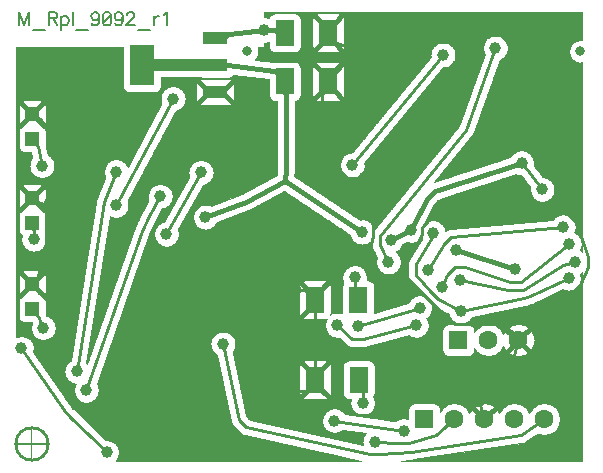
<source format=gtl>
G04 Rezonit PCAD EXPORT*
G04 layer position = 0*
G04 layer base position = 0*
G04 layer type = 0*
G04 layer flash color = 2*
G04 layer line color = 3*
G04*
G04  File:            M_RPL_9092_R1.GTL, Thu Sep 14 14:30:09 2023*
G04  Source:          P-CAD 2006 PCB, Version 19.02.958, (S:\Ïðîåêòû\GIT\R_DX_DXE_âçðûâîçàùèùåííûé_ïóëüò\Pcb\Pcad\M_Rpl_9092_r1.pcb)*
G04  Format:          Gerber Format (RS-274-D), ASCII*
G04*
G04  Format Options:  Absolute Positioning*
G04                   Leading-Zero Suppression*
G04                   Scale Factor 1:1*
G04                   NO Circular Interpolation*
G04                   Millimeter Units*
G04                   Numeric Format: 4.4 (XXXX.XXXX)*
G04                   G54 NOT Used for Aperture Change*
G04                   Apertures Embedded*
G04*
G04  File Options:    Offset = (0.000mm,0.000mm)*
G04                   Drill Symbol Size = 0.000mm*
G04                   No Pad/Via Holes*
G04*
G04  File Contents:   Pads*
G04                   Vias*
G04                   No Designators*
G04                   No Types*
G04                   No Values*
G04                   No Drill Symbols*
G04                   Top*
G04*
%INM_RPL_9092_R1.GTL*%
%ICAS*%
%MOMM*%
G04*
G04  Aperture MACROs for general use --- invoked via D-code assignment *
G04*
G04  General MACRO for flashed round with rotation and/or offset hole *
%AMROTOFFROUND*
1,1,$1,0.0000,0.0000*
1,0,$2,$3,$4*%
G04*
G04  General MACRO for flashed oval (obround) with rotation and/or offset hole *
%AMROTOFFOVAL*
21,1,$1,$2,0.0000,0.0000,$3*
1,1,$4,$5,$6*
1,1,$4,0-$5,0-$6*
1,0,$7,$8,$9*%
G04*
G04  General MACRO for flashed oval (obround) with rotation and no hole *
%AMROTOVALNOHOLE*
21,1,$1,$2,0.0000,0.0000,$3*
1,1,$4,$5,$6*
1,1,$4,0-$5,0-$6*%
G04*
G04  General MACRO for flashed rectangle with rotation and/or offset hole *
%AMROTOFFRECT*
21,1,$1,$2,0.0000,0.0000,$3*
1,0,$4,$5,$6*%
G04*
G04  General MACRO for flashed rectangle with rotation and no hole *
%AMROTRECTNOHOLE*
21,1,$1,$2,0.0000,0.0000,$3*%
G04*
G04  General MACRO for flashed rounded-rectangle *
%AMROUNDRECT*
21,1,$1,$2-$4,0.0000,0.0000,$3*
21,1,$1-$4,$2,0.0000,0.0000,$3*
1,1,$4,$5,$6*
1,1,$4,$7,$8*
1,1,$4,0-$5,0-$6*
1,1,$4,0-$7,0-$8*
1,0,$9,$10,$11*%
G04*
G04  General MACRO for flashed rounded-rectangle with rotation and no hole *
%AMROUNDRECTNOHOLE*
21,1,$1,$2-$4,0.0000,0.0000,$3*
21,1,$1-$4,$2,0.0000,0.0000,$3*
1,1,$4,$5,$6*
1,1,$4,$7,$8*
1,1,$4,0-$5,0-$6*
1,1,$4,0-$7,0-$8*%
G04*
G04  General MACRO for flashed regular polygon *
%AMREGPOLY*
5,1,$1,0.0000,0.0000,$2,$3+$4*
1,0,$5,$6,$7*%
G04*
G04  General MACRO for flashed regular polygon with no hole *
%AMREGPOLYNOHOLE*
5,1,$1,0.0000,0.0000,$2,$3+$4*%
G04*
G04  General MACRO for target *
%AMTARGET*
6,0,0,$1,$2,$3,4,$4,$5,$6*%
G04*
G04  General MACRO for mounting hole *
%AMMTHOLE*
1,1,$1,0,0*
1,0,$2,0,0*
$1=$1-$2*
$1=$1/2*
21,1,$2+$1,$3,0,0,$4*
21,1,$3,$2+$1,0,0,$4*%
G04*
G04*
G04  D10 : "Ellipse X0.001mm Y0.001mm H0.000mm 0.0deg (0.000mm,0.000mm) Draw"*
G04  Disc: OuterDia=0.0010*
%ADD10C, 0.0010*%
G04  D11 : "Ellipse X0.254mm Y0.254mm H0.000mm 0.0deg (0.000mm,0.000mm) Draw"*
G04  Disc: OuterDia=0.2540*
%ADD11C, 0.2540*%
G04  D12 : "Ellipse X0.381mm Y0.381mm H0.000mm 0.0deg (0.000mm,0.000mm) Draw"*
G04  Disc: OuterDia=0.3810*
%ADD12C, 0.3810*%
G04  D13 : "Ellipse X0.400mm Y0.400mm H0.000mm 0.0deg (0.000mm,0.000mm) Draw"*
G04  Disc: OuterDia=0.4000*
%ADD13C, 0.4000*%
G04  D14 : "Ellipse X0.100mm Y0.100mm H0.000mm 0.0deg (0.000mm,0.000mm) Draw"*
G04  Disc: OuterDia=0.1000*
%ADD14C, 0.1000*%
G04  D15 : "Ellipse X1.000mm Y1.000mm H0.000mm 0.0deg (0.000mm,0.000mm) Draw"*
G04  Disc: OuterDia=1.0000*
%ADD15C, 1.0000*%
G04  D16 : "Ellipse X0.127mm Y0.127mm H0.000mm 0.0deg (0.000mm,0.000mm) Draw"*
G04  Disc: OuterDia=0.1270*
%ADD16C, 0.1270*%
G04  D17 : "Ellipse X0.150mm Y0.150mm H0.000mm 0.0deg (0.000mm,0.000mm) Draw"*
G04  Disc: OuterDia=0.1500*
%ADD17C, 0.1500*%
G04  D18 : "Ellipse X0.154mm Y0.154mm H0.000mm 0.0deg (0.000mm,0.000mm) Draw"*
G04  Disc: OuterDia=0.1540*
%ADD18C, 0.1540*%
G04  D19 : "Ellipse X0.200mm Y0.200mm H0.000mm 0.0deg (0.000mm,0.000mm) Draw"*
G04  Disc: OuterDia=0.2000*
%ADD19C, 0.2000*%
G04  D20 : "Ellipse X0.250mm Y0.250mm H0.000mm 0.0deg (0.000mm,0.000mm) Draw"*
G04  Disc: OuterDia=0.2500*
%ADD20C, 0.2500*%
G04  D21 : "Ellipse X3.152mm Y3.152mm H0.000mm 0.0deg (0.000mm,0.000mm) Flash"*
G04  Disc: OuterDia=3.1520*
%ADD21C, 3.1520*%
G04  D22 : "Ellipse X0.952mm Y0.952mm H0.000mm 0.0deg (0.000mm,0.000mm) Flash"*
G04  Disc: OuterDia=0.9520*
%ADD22C, 0.9520*%
G04  D23 : "Ellipse X1.524mm Y1.524mm H0.000mm 0.0deg (0.000mm,0.000mm) Flash"*
G04  Disc: OuterDia=1.5240*
%ADD23C, 1.5240*%
G04  D24 : "Ellipse X1.600mm Y1.600mm H0.000mm 0.0deg (0.000mm,0.000mm) Flash"*
G04  Disc: OuterDia=1.6000*
%ADD24C, 1.6000*%
G04  D25 : "Ellipse X1.676mm Y1.676mm H0.000mm 0.0deg (0.000mm,0.000mm) Flash"*
G04  Disc: OuterDia=1.6760*
%ADD25C, 1.6760*%
G04  D26 : "Ellipse X1.752mm Y1.752mm H0.000mm 0.0deg (0.000mm,0.000mm) Flash"*
G04  Disc: OuterDia=1.7520*
%ADD26C, 1.7520*%
G04  D27 : "Mounting Hole X3.000mm Y3.000mm H0.000mm 0.0deg (0.000mm,0.000mm) Flash"*
G04  Mounting Hole: Diameter=3.0000, Rotation=0.0, LineWidth=0.1270 *
%ADD27MTHOLE, 3.0000 X2.4920 X0.1270 X0.0*%
G04  D28 : "Mounting Hole X0.800mm Y0.800mm H0.000mm 0.0deg (0.000mm,0.000mm) Flash"*
G04  Mounting Hole: Diameter=0.8000, Rotation=0.0, LineWidth=0.1270 *
%ADD28MTHOLE, 0.8000 X0.2920 X0.1270 X0.0*%
G04  D29 : "Oval X0.500mm Y2.600mm H0.000mm 0.0deg (0.000mm,0.000mm) Flash"*
G04  Obround: DimX=0.5000, DimY=2.6000, Rotation=0.0, OffsetX=0.0000, OffsetY=0.0000, HoleDia=0.0000 *
%ADD29O, 0.5000 X2.6000*%
G04  D30 : "Oval X0.652mm Y2.752mm H0.000mm 0.0deg (0.000mm,0.000mm) Flash"*
G04  Obround: DimX=0.6520, DimY=2.7520, Rotation=0.0, OffsetX=0.0000, OffsetY=0.0000, HoleDia=0.0000 *
%ADD30O, 0.6520 X2.7520*%
G04  D31 : "Oval X0.280mm Y1.000mm H0.000mm 135.0deg (0.000mm,0.000mm) Flash"*
G04  Obround: DimX=0.2800, DimY=1.0000, Rotation=135.0, OffsetX=0.0000, OffsetY=0.0000, HoleDia=0.0000 *
%ADD31ROTOVALNOHOLE, 0.2800 X0.7200 X135.0 X0.2800 X0.2546 X0.2546*%
G04  D32 : "Oval X0.280mm Y1.000mm H0.000mm 225.0deg (0.000mm,0.000mm) Flash"*
G04  Obround: DimX=0.2800, DimY=1.0000, Rotation=225.0, OffsetX=0.0000, OffsetY=0.0000, HoleDia=0.0000 *
%ADD32ROTOVALNOHOLE, 0.2800 X0.7200 X225.0 X0.2800 X-0.2546 X0.2546*%
G04  D33 : "Oval X0.432mm Y1.152mm H0.000mm 135.0deg (0.000mm,0.000mm) Flash"*
G04  Obround: DimX=0.4320, DimY=1.1520, Rotation=135.0, OffsetX=0.0000, OffsetY=0.0000, HoleDia=0.0000 *
%ADD33ROTOVALNOHOLE, 0.4320 X0.7200 X135.0 X0.4320 X0.2546 X0.2546*%
G04  D34 : "Oval X0.432mm Y1.152mm H0.000mm 225.0deg (0.000mm,0.000mm) Flash"*
G04  Obround: DimX=0.4320, DimY=1.1520, Rotation=225.0, OffsetX=0.0000, OffsetY=0.0000, HoleDia=0.0000 *
%ADD34ROTOVALNOHOLE, 0.4320 X0.7200 X225.0 X0.4320 X-0.2546 X0.2546*%
G04  D35 : "Oval X2.032mm Y0.660mm H0.000mm 0.0deg (0.000mm,0.000mm) Flash"*
G04  Obround: DimX=2.0320, DimY=0.6604, Rotation=0.0, OffsetX=0.0000, OffsetY=0.0000, HoleDia=0.0000 *
%ADD35O, 2.0320 X0.6604*%
G04  D36 : "Oval X0.660mm Y2.032mm H0.000mm 0.0deg (0.000mm,0.000mm) Flash"*
G04  Obround: DimX=0.6604, DimY=2.0320, Rotation=0.0, OffsetX=0.0000, OffsetY=0.0000, HoleDia=0.0000 *
%ADD36O, 0.6604 X2.0320*%
G04  D37 : "Oval X2.184mm Y0.812mm H0.000mm 0.0deg (0.000mm,0.000mm) Flash"*
G04  Obround: DimX=2.1840, DimY=0.8124, Rotation=0.0, OffsetX=0.0000, OffsetY=0.0000, HoleDia=0.0000 *
%ADD37O, 2.1840 X0.8124*%
G04  D38 : "Oval X0.812mm Y2.184mm H0.000mm 0.0deg (0.000mm,0.000mm) Flash"*
G04  Obround: DimX=0.8124, DimY=2.1840, Rotation=0.0, OffsetX=0.0000, OffsetY=0.0000, HoleDia=0.0000 *
%ADD38O, 0.8124 X2.1840*%
G04  D39 : "Rounded Rectangle X3.200mm Y3.200mm H0.000mm 225.0deg (0.000mm,0.000mm) Flash"*
G04  RoundRct: DimX=3.2000, DimY=3.2000, CornerRad=0.8000, Rotation=225.0, OffsetX=0.0000, OffsetY=0.0000, HoleDia=0.0000 *
%ADD39ROUNDRECTNOHOLE, 3.2000 X3.2000 X225.0 X1.6000 X0.0000 X1.1314 X1.1314 X-0.0000*%
G04  D40 : "Rounded Rectangle X3.352mm Y3.352mm H0.000mm 225.0deg (0.000mm,0.000mm) Flash"*
G04  RoundRct: DimX=3.3520, DimY=3.3520, CornerRad=0.8380, Rotation=225.0, OffsetX=0.0000, OffsetY=0.0000, HoleDia=0.0000 *
%ADD40ROUNDRECTNOHOLE, 3.3520 X3.3520 X225.0 X1.6760 X0.0000 X1.1851 X1.1851 X-0.0000*%
G04  D41 : "Rounded Rectangle X1.500mm Y0.660mm H0.000mm 0.0deg (0.000mm,0.000mm) Flash"*
G04  RoundRct: DimX=1.5000, DimY=0.6604, CornerRad=0.1651, Rotation=0.0, OffsetX=0.0000, OffsetY=0.0000, HoleDia=0.0000 *
%ADD41ROUNDRECTNOHOLE, 1.5000 X0.6604 X0.0 X0.3302 X-0.5849 X-0.1651 X-0.5849 X0.1651*%
G04  D42 : "Rounded Rectangle X1.652mm Y0.812mm H0.000mm 0.0deg (0.000mm,0.000mm) Flash"*
G04  RoundRct: DimX=1.6520, DimY=0.8124, CornerRad=0.2031, Rotation=0.0, OffsetX=0.0000, OffsetY=0.0000, HoleDia=0.0000 *
%ADD42ROUNDRECTNOHOLE, 1.6520 X0.8124 X0.0 X0.4062 X-0.6229 X-0.2031 X-0.6229 X0.2031*%
G04  D43 : "Rectangle X0.500mm Y2.600mm H0.000mm 0.0deg (0.000mm,0.000mm) Flash"*
G04  Rectangular: DimX=0.5000, DimY=2.6000, Rotation=0.0, OffsetX=0.0000, OffsetY=0.0000, HoleDia=0.0000 *
%ADD43R, 0.5000 X2.6000*%
G04  D44 : "Rectangle X0.652mm Y2.752mm H0.000mm 0.0deg (0.000mm,0.000mm) Flash"*
G04  Rectangular: DimX=0.6520, DimY=2.7520, Rotation=0.0, OffsetX=0.0000, OffsetY=0.0000, HoleDia=0.0000 *
%ADD44R, 0.6520 X2.7520*%
G04  D45 : "Rectangle X0.280mm Y1.000mm H0.000mm 225.0deg (0.000mm,0.000mm) Flash"*
G04  Rectangular: DimX=0.2800, DimY=1.0000, Rotation=225.0, OffsetX=0.0000, OffsetY=0.0000, HoleDia=0.0000 *
%ADD45ROTRECTNOHOLE, 0.2800 X1.0000 X225.0*%
G04  D46 : "Rectangle X2.150mm Y3.500mm H0.000mm 0.0deg (0.000mm,0.000mm) Flash"*
G04  Rectangular: DimX=2.1500, DimY=3.5000, Rotation=0.0, OffsetX=0.0000, OffsetY=0.0000, HoleDia=0.0000 *
%ADD46R, 2.1500 X3.5000*%
G04  D47 : "Rectangle X2.302mm Y3.652mm H0.000mm 0.0deg (0.000mm,0.000mm) Flash"*
G04  Rectangular: DimX=2.3020, DimY=3.6520, Rotation=0.0, OffsetX=0.0000, OffsetY=0.0000, HoleDia=0.0000 *
%ADD47R, 2.3020 X3.6520*%
G04  D48 : "Rectangle X0.402mm Y1.752mm H0.000mm 0.0deg (0.000mm,0.000mm) Flash"*
G04  Rectangular: DimX=0.4020, DimY=1.7520, Rotation=0.0, OffsetX=0.0000, OffsetY=0.0000, HoleDia=0.0000 *
%ADD48R, 0.4020 X1.7520*%
G04  D49 : "Rectangle X1.752mm Y0.402mm H0.000mm 0.0deg (0.000mm,0.000mm) Flash"*
G04  Rectangular: DimX=1.7520, DimY=0.4020, Rotation=0.0, OffsetX=0.0000, OffsetY=0.0000, HoleDia=0.0000 *
%ADD49R, 1.7520 X0.4020*%
G04  D50 : "Rectangle X0.432mm Y1.152mm H0.000mm 225.0deg (0.000mm,0.000mm) Flash"*
G04  Rectangular: DimX=0.4320, DimY=1.1520, Rotation=225.0, OffsetX=0.0000, OffsetY=0.0000, HoleDia=0.0000 *
%ADD50ROTRECTNOHOLE, 0.4320 X1.1520 X225.0*%
G04  D51 : "Rectangle X1.100mm Y4.600mm H0.000mm 0.0deg (0.000mm,0.000mm) Flash"*
G04  Rectangular: DimX=1.1000, DimY=4.6000, Rotation=0.0, OffsetX=0.0000, OffsetY=0.0000, HoleDia=0.0000 *
%ADD51R, 1.1000 X4.6000*%
G04  D52 : "Rectangle X1.252mm Y4.752mm H0.000mm 0.0deg (0.000mm,0.000mm) Flash"*
G04  Rectangular: DimX=1.2520, DimY=4.7520, Rotation=0.0, OffsetX=0.0000, OffsetY=0.0000, HoleDia=0.0000 *
%ADD52R, 1.2520 X4.7520*%
G04  D53 : "Rectangle X1.100mm Y1.200mm H0.000mm 0.0deg (0.000mm,0.000mm) Flash"*
G04  Rectangular: DimX=1.1000, DimY=1.2000, Rotation=0.0, OffsetX=0.0000, OffsetY=0.0000, HoleDia=0.0000 *
%ADD53R, 1.1000 X1.2000*%
G04  D54 : "Rectangle X1.200mm Y1.100mm H0.000mm 0.0deg (0.000mm,0.000mm) Flash"*
G04  Rectangular: DimX=1.2000, DimY=1.1000, Rotation=0.0, OffsetX=0.0000, OffsetY=0.0000, HoleDia=0.0000 *
%ADD54R, 1.2000 X1.1000*%
G04  D55 : "Rectangle X2.150mm Y1.100mm H0.000mm 0.0deg (0.000mm,0.000mm) Flash"*
G04  Rectangular: DimX=2.1500, DimY=1.1000, Rotation=0.0, OffsetX=0.0000, OffsetY=0.0000, HoleDia=0.0000 *
%ADD55R, 2.1500 X1.1000*%
G04  D56 : "Rectangle X2.150mm Y1.100mm H0.000mm 0.0deg (0.000mm,0.000mm) Flash"*
G04  Rectangular: DimX=2.1500, DimY=1.1000, Rotation=0.0, OffsetX=0.0000, OffsetY=0.0000, HoleDia=0.0000 *
%ADD56R, 2.1500 X1.1000*%
G04  D57 : "Rectangle X1.200mm Y1.200mm H0.000mm 0.0deg (0.000mm,0.000mm) Flash"*
G04  Square: Side=1.2000, Rotation=0.0, OffsetX=0.0000, OffsetY=0.0000, HoleDia=0.0000*
%ADD57R, 1.2000 X1.2000*%
G04  D58 : "Rectangle X1.252mm Y1.352mm H0.000mm 0.0deg (0.000mm,0.000mm) Flash"*
G04  Rectangular: DimX=1.2520, DimY=1.3520, Rotation=0.0, OffsetX=0.0000, OffsetY=0.0000, HoleDia=0.0000 *
%ADD58R, 1.2520 X1.3520*%
G04  D59 : "Rectangle X1.352mm Y1.252mm H0.000mm 0.0deg (0.000mm,0.000mm) Flash"*
G04  Rectangular: DimX=1.3520, DimY=1.2520, Rotation=0.0, OffsetX=0.0000, OffsetY=0.0000, HoleDia=0.0000 *
%ADD59R, 1.3520 X1.2520*%
G04  D60 : "Rectangle X2.302mm Y1.252mm H0.000mm 0.0deg (0.000mm,0.000mm) Flash"*
G04  Rectangular: DimX=2.3020, DimY=1.2520, Rotation=0.0, OffsetX=0.0000, OffsetY=0.0000, HoleDia=0.0000 *
%ADD60R, 2.3020 X1.2520*%
G04  D61 : "Rectangle X2.302mm Y1.252mm H0.000mm 0.0deg (0.000mm,0.000mm) Flash"*
G04  Rectangular: DimX=2.3020, DimY=1.2520, Rotation=0.0, OffsetX=0.0000, OffsetY=0.0000, HoleDia=0.0000 *
%ADD61R, 2.3020 X1.2520*%
G04  D62 : "Rectangle X1.352mm Y1.352mm H0.000mm 0.0deg (0.000mm,0.000mm) Flash"*
G04  Square: Side=1.3520, Rotation=0.0, OffsetX=0.0000, OffsetY=0.0000, HoleDia=0.0000*
%ADD62R, 1.3520 X1.3520*%
G04  D63 : "Rectangle X1.500mm Y0.660mm H0.000mm 0.0deg (0.000mm,0.000mm) Flash"*
G04  Rectangular: DimX=1.5000, DimY=0.6604, Rotation=0.0, OffsetX=0.0000, OffsetY=0.0000, HoleDia=0.0000 *
%ADD63R, 1.5000 X0.6604*%
G04  D64 : "Rectangle X1.600mm Y1.600mm H0.000mm 0.0deg (0.000mm,0.000mm) Flash"*
G04  Square: Side=1.6000, Rotation=0.0, OffsetX=0.0000, OffsetY=0.0000, HoleDia=0.0000*
%ADD64R, 1.6000 X1.6000*%
G04  D65 : "Rectangle X1.652mm Y0.812mm H0.000mm 0.0deg (0.000mm,0.000mm) Flash"*
G04  Rectangular: DimX=1.6520, DimY=0.8124, Rotation=0.0, OffsetX=0.0000, OffsetY=0.0000, HoleDia=0.0000 *
%ADD65R, 1.6520 X0.8124*%
G04  D66 : "Rectangle X1.752mm Y1.752mm H0.000mm 0.0deg (0.000mm,0.000mm) Flash"*
G04  Square: Side=1.7520, Rotation=0.0, OffsetX=0.0000, OffsetY=0.0000, HoleDia=0.0000*
%ADD66R, 1.7520 X1.7520*%
G04  D67 : "Rectangle X2.032mm Y0.660mm H0.000mm 0.0deg (0.000mm,0.000mm) Flash"*
G04  Rectangular: DimX=2.0320, DimY=0.6604, Rotation=0.0, OffsetX=0.0000, OffsetY=0.0000, HoleDia=0.0000 *
%ADD67R, 2.0320 X0.6604*%
G04  D68 : "Rectangle X0.660mm Y2.032mm H0.000mm 0.0deg (0.000mm,0.000mm) Flash"*
G04  Rectangular: DimX=0.6604, DimY=2.0320, Rotation=0.0, OffsetX=0.0000, OffsetY=0.0000, HoleDia=0.0000 *
%ADD68R, 0.6604 X2.0320*%
G04  D69 : "Rectangle X2.184mm Y0.812mm H0.000mm 0.0deg (0.000mm,0.000mm) Flash"*
G04  Rectangular: DimX=2.1840, DimY=0.8124, Rotation=0.0, OffsetX=0.0000, OffsetY=0.0000, HoleDia=0.0000 *
%ADD69R, 2.1840 X0.8124*%
G04  D70 : "Rectangle X0.812mm Y2.184mm H0.000mm 0.0deg (0.000mm,0.000mm) Flash"*
G04  Rectangular: DimX=0.8124, DimY=2.1840, Rotation=0.0, OffsetX=0.0000, OffsetY=0.0000, HoleDia=0.0000 *
%ADD70R, 0.8124 X2.1840*%
G04  D71 : "Rectangle X1.600mm Y2.200mm H0.000mm 0.0deg (0.000mm,0.000mm) Flash"*
G04  Rectangular: DimX=1.6000, DimY=2.2000, Rotation=0.0, OffsetX=0.0000, OffsetY=0.0000, HoleDia=0.0000 *
%ADD71R, 1.6000 X2.2000*%
G04  D72 : "Rectangle X0.250mm Y1.600mm H0.000mm 0.0deg (0.000mm,0.000mm) Flash"*
G04  Rectangular: DimX=0.2500, DimY=1.6000, Rotation=0.0, OffsetX=0.0000, OffsetY=0.0000, HoleDia=0.0000 *
%ADD72R, 0.2500 X1.6000*%
G04  D73 : "Rectangle X1.600mm Y0.250mm H0.000mm 0.0deg (0.000mm,0.000mm) Flash"*
G04  Rectangular: DimX=1.6000, DimY=0.2500, Rotation=0.0, OffsetX=0.0000, OffsetY=0.0000, HoleDia=0.0000 *
%ADD73R, 1.6000 X0.2500*%
G04  D74 : "Rectangle X1.800mm Y2.400mm H0.000mm 0.0deg (0.000mm,0.000mm) Flash"*
G04  Rectangular: DimX=1.8000, DimY=2.4000, Rotation=0.0, OffsetX=0.0000, OffsetY=0.0000, HoleDia=0.0000 *
%ADD74R, 1.8000 X2.4000*%
G04  D75 : "Ellipse X1.000mm Y1.000mm H0.000mm 0.0deg (0.000mm,0.000mm) Flash"*
G04  Disc: OuterDia=1.0000*
%ADD75C, 1.0000*%
G04  D76 : "Ellipse X1.152mm Y1.152mm H0.000mm 0.0deg (0.000mm,0.000mm) Flash"*
G04  Disc: OuterDia=1.1520*
%ADD76C, 1.1520*%
G04*
%FSLAX44Y44*%
%SFA1B1*%
%OFA0.000B0.000*%
G04*
G71*
G90*
G01*
D2*
%LNTop*%
D20*
X6680833Y10182662*
X6687130Y10176365D1*
X6658750Y10284750D2*
Y10283500D1*
Y10282982*
X6659482Y10282250*
X6662382Y10280250*
X6665750Y10276882*
X6674217Y10256840*
X6663467Y10252387D2*
X6658750Y10261982D1*
Y10262500*
X6654000Y10267250*
Y10268500*
X6664250Y10357287D2*
X6665750Y10349882D1*
X6666090Y10331953*
Y10323047*
X6658750Y10296018*
Y10295500*
Y10294250*
X6654000Y10289500*
X6664250Y10357287D2*
X6660518Y10357750D1*
X6660000*
X6658750*
X6655340Y10327500D2*
Y10335500D1*
X6654000Y10288250D2*
Y10289500D1*
X6658750Y10295500D2*
X6654000Y10290750D1*
Y10289500*
X6655340Y10335500D2*
X6654000Y10336840D1*
Y10341500*
X6682489Y10399177D2*
X6661250Y10428018D1*
X6660518Y10428750*
X6660000*
X6658750*
X6654000Y10433500*
X6658750Y10406500D2*
Y10405982D1*
X6662340Y10389556*
X6660000Y10428750D2*
X6655250Y10433500D1*
X6654000*
X6658750Y10406500D2*
X6654000Y10411250D1*
Y10412500*
X6723810Y10184740D2*
X6720471Y10189631D1*
X6723810Y10184740D2*
X6732240Y10189063D1*
X6734415Y10147900D2*
X6723810Y10184740D1*
X6720471Y10189631D2*
X6721490Y10193516D1*
X6747000Y10334000D2*
X6753000Y10347000D1*
D2*
D15*
X6757750Y10475000*
X6747000D1*
D2*
D20*
X6839804Y10178913*
X6851219Y10198720D1*
X6829054Y10174460D2*
X6835351Y10168163D1*
X6811065Y10249721D2*
X6819971D1*
X6826268Y10243424*
X6789948Y10350626D2*
X6796245Y10356923D1*
D2*
D13*
X6800698Y10346173*
X6834814Y10359202D1*
D2*
D20*
X6821000Y10447018*
X6820268Y10447750D1*
X6819750*
X6818500*
X6809000Y10452000*
D2*
D13*
X6850368Y10504527*
X6820578Y10501500D1*
X6819750*
D2*
D20*
Y10447750*
X6815500Y10452000D1*
X6809000*
D2*
D13*
X6819750Y10501500*
X6816250Y10498000D1*
X6809000*
D2*
D15*
X6798250Y10475000*
X6809000D1*
D2*
D13*
X6819750Y10474500*
X6819250Y10475000D1*
X6809000*
D2*
D20*
X6885182Y10198750*
X6885700D1*
X6886950*
X6893700Y10208500*
X6929547Y10178250D2*
X6901182Y10196250D1*
X6900450Y10196982*
Y10197500*
Y10198750*
X6893700Y10208500*
X6885700Y10198750D2*
X6893700Y10206750D1*
Y10208500*
X6900450Y10197500D2*
X6893700Y10204250D1*
Y10208500*
X6930500Y10201000D2*
Y10208500D1*
X6877200Y10284747D2*
X6885200D1*
X6886450*
X6893200Y10276000*
X6893450Y10266250*
Y10265000*
Y10219500*
Y10218250*
X6912433Y10254608D2*
X6925120Y10242805D1*
X6885200Y10284747D2*
X6893200Y10276747D1*
Y10276000*
X6893450Y10265000D2*
X6893200Y10265250D1*
Y10276000*
Y10280250D2*
Y10276000D1*
X6893450Y10219500D2*
X6893700Y10219250D1*
X6930000Y10284178D2*
Y10276000D1*
X6922725Y10305750D2*
X6900682Y10288250D1*
X6929553Y10379417D2*
X6920647D1*
X6914350Y10385714*
X6899502Y10410516*
D2*
D13*
X6869012Y10386669*
X6868136Y10376757D1*
D2*
D20*
X6899502Y10450000*
Y10451250D1*
X6904800Y10461000*
X6929326Y10490000D2*
X6913318Y10492250D1*
X6912800*
X6911550*
X6904800Y10502000*
Y10461000D2*
X6911550Y10470750D1*
Y10472000*
Y10472518*
X6912282Y10473250*
X6929326Y10490000*
X6912800Y10492250D2*
X6904800Y10500250D1*
Y10502000*
X6911550Y10472000D2*
X6904800Y10465250D1*
Y10461000*
X6899502Y10450000D2*
X6904800Y10455298D1*
Y10461000*
D2*
D13*
X6860000Y10504527*
X6862527Y10502000D1*
X6868000*
X6869012Y10450000D2*
X6868000Y10451012D1*
Y10461000*
X6860000Y10470000D2*
X6868000Y10462000D1*
Y10461000*
D2*
D20*
X6981000Y10194000*
X6938453Y10178250D1*
X6939910Y10145240D2*
X6948816D1*
X6974787Y10147537*
X6944363Y10155990D2*
X6964047Y10154537D1*
X6972953*
X6996382Y10161250*
X6985780Y10279906D2*
X6994190Y10271496D1*
X6991472Y10283028D2*
X6997312Y10277188D1*
X6969489Y10299016D2*
X6960161Y10297294D1*
X6951255*
X6937782Y10309736*
X6969489Y10299016D2*
X6971736Y10307883D1*
X6972502Y10309731*
X6984276Y10331456*
X6984275Y10336524*
X7000041Y10356696*
X6937782Y10309736D2*
X6942659Y10329699D1*
Y10337433*
X6969489Y10299016D2*
X6972502Y10293461D1*
X7008640Y10329244D2*
X7002343Y10322947D1*
X6989486Y10301596*
X6948245Y10330411D2*
Y10322677D1*
X6955708Y10308044*
D2*
D13*
X6975024Y10335288*
X6977177Y10340404D1*
X6975024Y10335288D2*
X6957580Y10326544D1*
D2*
D20*
X6992774Y10329001*
X6992008Y10327153D1*
X6978736Y10306049*
Y10297143*
X6992774Y10329001D2*
X6993527Y10329754D1*
Y10332692*
X7006293Y10494250D2*
X6997387D1*
X6949248Y10491244*
X6949326Y10490000*
X6949248Y10491244D2*
X6949326Y10491166D1*
Y10490000*
X7054975Y10203494D2*
X7033538Y10187246D1*
X7036800Y10175000D2*
X7033538Y10187246D1*
X7067691Y10161250D2*
X7068069Y10161407D1*
X7012370Y10255682D2*
X7021236D1*
X7034756Y10255730*
X7045738*
X7046116Y10255573*
X7065647Y10241980*
X7071247Y10285016D2*
X7069399Y10284250D1*
X7056825*
X7075212Y10279081D2*
X7070791Y10277250D1*
X7016803Y10266385*
X7067565Y10291250D2*
X7058659D1*
X7020689Y10303527*
X7011783*
D2*
D13*
X7063112Y10302000*
X7013093Y10318494D1*
D2*
D20*
X7057047Y10493620*
X7050750Y10499917D1*
X7041844*
X7015994Y10486759*
X7118921Y10289963D2*
X7124476Y10303661D1*
Y10312339*
X7119448Y10327989*
X7114317Y10342186*
X7108020Y10348483*
X7095915Y10350888*
X7114000Y10308000D2*
X7103718Y10305166D1*
X7096711Y10373934D2*
Y10365028D1*
X6682489Y10399177D2*
X6664250Y10357287D1*
X6658750Y10357750D2*
X6654000Y10362500D1*
Y10289500D2*
X6658750Y10284750D1*
X6674217Y10256840D2*
X6681275Y10211047D1*
X6691583Y10187115*
X6645000Y10235000D2*
X6680833Y10182662D1*
X6658750Y10283500D2*
X6654000Y10288250D1*
X6660000Y10357750D2*
X6655250Y10362500D1*
X6654000*
X6732240Y10189063D2*
X6778613Y10220035D1*
X6753000Y10347000D2*
X6762448Y10363812D1*
X6725220Y10384329D2*
X6715000Y10359000D1*
X6796245Y10356923D2*
X6830051Y10370702D1*
X6826268Y10243424D2*
X6851219Y10198720D1*
X6815518Y10238971D2*
X6829054Y10174460D1*
X6893450Y10218250D2*
X6893700Y10208500D1*
X6900682Y10288250D2*
X6899950Y10287518D1*
Y10287000*
Y10285750*
X6893200Y10276000*
X6927178Y10295000D2*
Y10287000D1*
X6899950D2*
X6893200Y10280250D1*
X6893700Y10219250D2*
Y10208500D1*
X6927178Y10287000D2*
X6930000Y10284178D1*
X6899502Y10410516D2*
Y10450000D1*
X6972502Y10293461D2*
X6985780Y10279906D1*
X7005486Y10297230D2*
X7001441Y10287157D1*
D2*
D13*
X6977177Y10340404*
X6988541Y10361459D1*
X6995278Y10368196*
D2*
D20*
X6978736Y10297143*
X6991472Y10283028D1*
X7065647Y10241980D2*
X7054975Y10203494D1*
X7056825Y10284250D2*
X7016236Y10292777D1*
X7080909Y10422808D2*
X7057047Y10493620D1*
X7046297Y10489167D2*
X7021636Y10420004D1*
X7096711Y10365028D2*
X7095915Y10350888D1*
X7112624Y10283666D2*
X7118921Y10289963D1*
X6773371Y10446327D2*
X6725000Y10356000D1*
D2*
D13*
X6869012Y10450000*
Y10386669D1*
D2*
D20*
X6691583Y10187115*
X6720471Y10189631D1*
X6687130Y10176365D2*
X6717000Y10147000D1*
X6706569Y10401912D2*
X6682489Y10399177D1*
X6981000Y10194000D2*
X7033538Y10187246D1*
X6851219Y10198720D2*
X6885182Y10198750D1*
X6938453Y10178250D2*
X6929547D1*
X6910006Y10173674D2*
X6968500Y10165287D1*
X6835351Y10168163D2*
X6939910Y10145240D1*
X6996382Y10161250D2*
X7011400Y10175000D1*
X6934000Y10189000D2*
Y10197500D1*
X6930500Y10201000*
X6994190Y10271496D2*
X7012370Y10255682D1*
X6778613Y10220035D2*
X6811065Y10249721D1*
X6925120Y10242805D2*
X6934026D1*
X6979185Y10254529*
X6929573Y10253555D2*
X6982163Y10269406D1*
X6997312Y10277188D2*
X7016803Y10266385D1*
X6783000Y10312000D2*
X6789948Y10350626D1*
X6937782Y10309736D2*
X6922725Y10305750D1*
X7011783Y10303527D2*
X7005486Y10297230D1*
X6857512Y10391432D2*
X6830051Y10370702D1*
X7010886Y10424457D2*
X6935026Y10379568D1*
X6929553Y10379417*
X7015994Y10486759D2*
X7006293Y10494250D1*
D2*
D13*
X6850368Y10504527*
X6860000D1*
D2*
D15*
X6757750Y10475000*
X6798250D1*
D2*
D13*
X6860000Y10470000*
X6859172D1*
X6819750Y10474500*
D2*
D20*
X6949248Y10491244*
X6929326Y10490000D1*
X7068069Y10161407D2*
X7087600Y10175000D1*
X7065647Y10241980D2*
X7112624Y10283666D1*
X7108698Y10323536D2*
X7067565Y10291250D1*
X7080909Y10422808D2*
X7096711Y10373934D1*
X7085961Y10369481D2*
X7068380Y10392041D1*
X6715000Y10359000D2*
X6692025Y10215500D1*
X6783000Y10312000D2*
X6877200Y10284747D1*
X6942659Y10337433D2*
X6935026Y10379568D1*
D2*
D13*
X6868136Y10376757*
X6933324Y10333566D1*
X6834814Y10359202D2*
X6868136Y10376757D1*
D2*
D20*
X6797000Y10384000*
X6767764Y10331767D1*
X7010886Y10424457D2*
X7015994Y10486759D1*
X7103718Y10305166D2*
X7071247Y10285016D1*
X7108171Y10294416D2*
X7075212Y10279081D1*
X6857512Y10391432D2*
X6821000Y10447018D1*
X7021636Y10420004D2*
X6948245Y10330411D1*
X7001840Y10483500D2*
X6925100Y10390167D1*
X6974787Y10147537D2*
X7067691Y10161250D1*
X7000041Y10356696D2*
X7049000Y10351000D1*
X7095915Y10350888D2*
X7049000Y10351000D1*
X7103567Y10337733D2*
X7008640Y10329244D1*
D2*
D13*
X6995278Y10368196*
X7068380Y10392041D1*
D2*
D20*
X6721490Y10193516*
X6783000Y10312000D1*
X6699858Y10199568D2*
X6747000Y10334000D1*
D2*
D19*
X6651759Y10508497*
Y10519795D1*
X6647455Y10508497*
X6643151Y10519795*
Y10508497*
X6654449Y10504732D2*
X6664670D1*
X6667898Y10514415D2*
X6672739D1*
X6674353Y10514953*
X6674891Y10515491*
X6675429Y10516567*
Y10517643*
X6674891Y10518719*
X6674353Y10519257*
X6672739Y10519795*
X6667898*
Y10508497*
X6671663Y10514415D2*
X6675429Y10508497D1*
X6678657Y10516029D2*
Y10504732D1*
Y10514415D2*
X6679733Y10515491D1*
X6680809Y10516029*
X6682423*
X6683499Y10515491*
X6684575Y10514415*
X6685113Y10512801*
Y10511725*
X6684575Y10510111*
X6683499Y10509035*
X6682423Y10508497*
X6680809*
X6679733Y10509035*
X6678657Y10510111*
X6688340Y10519795D2*
Y10508497D1*
X6691030Y10504732D2*
X6701252D1*
X6710935Y10516029D2*
X6710397Y10514415D1*
X6709321Y10513339*
X6707707Y10512801*
X6707169*
X6705555Y10513339*
X6704479Y10514415*
X6703941Y10516029*
Y10516567*
X6704479Y10518181*
X6705555Y10519257*
X6707169Y10519795*
X6707707*
X6709321Y10519257*
X6710397Y10518181*
X6710935Y10516029*
Y10513339*
X6710397Y10510649*
X6709321Y10509035*
X6707707Y10508497*
X6706631*
X6705017Y10509035*
X6704479Y10510111*
X6716852Y10519795D2*
X6715239Y10519257D1*
X6714163Y10517643*
X6713625Y10514953*
Y10513339*
X6714163Y10510649*
X6715239Y10509035*
X6716852Y10508497*
X6717928*
X6719542Y10509035*
X6720618Y10510649*
X6721156Y10513339*
Y10514953*
X6720618Y10517643*
X6719542Y10519257*
X6717928Y10519795*
X6716852*
X6720618Y10517643D2*
X6714163Y10510649D1*
X6730840Y10516029D2*
X6730302Y10514415D1*
X6729226Y10513339*
X6727612Y10512801*
X6727074*
X6725460Y10513339*
X6724384Y10514415*
X6723846Y10516029*
Y10516567*
X6724384Y10518181*
X6725460Y10519257*
X6727074Y10519795*
X6727612*
X6729226Y10519257*
X6730302Y10518181*
X6730840Y10516029*
Y10513339*
X6730302Y10510649*
X6729226Y10509035*
X6727612Y10508497*
X6726536*
X6724922Y10509035*
X6724384Y10510111*
X6734067Y10517105D2*
Y10517643D1*
X6734605Y10518719*
X6735143Y10519257*
X6736219Y10519795*
X6738371*
X6739447Y10519257*
X6739985Y10518719*
X6740523Y10517643*
Y10516567*
X6739985Y10515491*
X6738909Y10513877*
X6733529Y10508497*
X6741061*
X6743751Y10504732D2*
X6753972D1*
X6757200Y10516029D2*
Y10508497D1*
Y10512801D2*
X6757738Y10514415D1*
X6758814Y10515491*
X6759890Y10516029*
X6761504*
X6765807Y10517643D2*
X6766883Y10518181D1*
X6768497Y10519795*
Y10508497*
D2*
D14*
X7120000Y10520000*
X6850000D1*
Y10515159*
X6850368Y10515232*
X6854464Y10514417*
X6854649Y10514294*
X6854819Y10515145*
X6856034Y10516965*
X6857854Y10518180*
X6859458Y10518500*
X6876541*
X6878145Y10518180*
X6879965Y10516965*
X6881180Y10515145*
X6881500Y10513541*
Y10490458*
X6881180Y10488854*
X6879965Y10487034*
X6878145Y10485819*
X6876541Y10485500*
X6859458*
X6857854Y10485819*
X6856034Y10487034*
X6854819Y10488854*
X6854500Y10490458*
Y10494659*
X6854464Y10494636*
X6850368Y10493821*
X6850000Y10493894*
Y10490000*
X6844970*
X6845686Y10486400*
X6844948Y10482693*
X6842849Y10479550*
X6842671Y10479432*
X6859598Y10477500*
X6876541*
X6878145Y10477180*
X6879965Y10475965*
X6881180Y10474145*
X6881500Y10472541*
Y10449458*
X6881180Y10447854*
X6879965Y10446034*
X6878145Y10444819*
X6876541Y10444500*
X6876512*
Y10387819*
X6876614Y10387494*
X6876512Y10386338*
Y10385177*
X6876381Y10384862*
X6875999Y10380543*
X6931340Y10343877*
X6933324Y10344271*
X6937420Y10343456*
X6940894Y10341136*
X6943214Y10337662*
X6943653Y10335457*
X7015671Y10423374*
X7037230Y10483837*
X7036406Y10485070*
X7035591Y10489167*
X7036406Y10493263*
X7038727Y10496737*
X7042200Y10499057*
X7046297Y10499872*
X7050393Y10499057*
X7053867Y10496737*
X7056187Y10493263*
X7057002Y10489167*
X7056187Y10485070*
X7053867Y10481597*
X7050393Y10479276*
X7049901Y10479178*
X7028049Y10417893*
X7027708Y10416765*
X7027600Y10416633*
X7027543Y10416472*
X7026753Y10415598*
X6994066Y10375696*
X6994085*
X7058972Y10396861*
X7060810Y10399611*
X7064283Y10401931*
X7068380Y10402746*
X7072476Y10401931*
X7075950Y10399611*
X7078270Y10396137*
X7079085Y10392041*
X7078648Y10389845*
X7086215Y10380136*
X7090057Y10379371*
X7093531Y10377051*
X7095851Y10373577*
X7096666Y10369481*
X7095851Y10365384*
X7093531Y10361911*
X7090057Y10359590*
X7085961Y10358775*
X7081864Y10359590*
X7078391Y10361911*
X7076070Y10365384*
X7075255Y10369481*
X7075692Y10371676*
X7068125Y10381385*
X7064283Y10382150*
X7063613Y10382597*
X6999311Y10361622*
X6994619Y10356931*
X6984977Y10339066*
X6985019Y10338858*
X6985957Y10340262*
X6989430Y10342582*
X6993527Y10343397*
X6997623Y10342582*
X7001097Y10340262*
X7003417Y10336788*
X7003942Y10334149*
X7004321Y10334603*
X7004597Y10334747*
X7004816Y10334966*
X7005778Y10335364*
X7006701Y10335847*
X7007010Y10335875*
X7007297Y10335994*
X7008338*
X7094952Y10343739*
X7095997Y10345303*
X7099470Y10347623*
X7103567Y10348438*
X7107663Y10347623*
X7111137Y10345303*
X7113457Y10341829*
X7114272Y10337733*
X7113457Y10333636*
X7113156Y10333185*
X7116268Y10331106*
X7118588Y10327632*
X7119403Y10323536*
X7118588Y10319439*
X7117617Y10317986*
X7118096Y10317890*
X7120000Y10316619*
Y10477111*
X7118000Y10476713*
X7114293Y10477451*
X7111150Y10479550*
X7109051Y10482693*
X7108313Y10486400*
X7109051Y10490106*
X7111150Y10493249*
X7114293Y10495348*
X7118000Y10496086*
X7120000Y10495688*
Y10520000*
X6914945Y10518180D2*
X6916765Y10516965D1*
X6917980Y10515145*
X6918300Y10513541*
Y10490458*
X6917980Y10488854*
X6916765Y10487034*
X6914945Y10485819*
X6913341Y10485500*
X6896258*
X6894654Y10485819*
X6892834Y10487034*
X6891619Y10488854*
X6891300Y10490458*
Y10513541*
X6891619Y10515145*
X6892834Y10516965*
X6894654Y10518180*
X6896258Y10518500*
X6913341*
X6914945Y10518180*
X7005936Y10493390D2*
X7009410Y10491070D1*
X7011730Y10487596*
X7012545Y10483500*
X7011730Y10479403*
X7009410Y10475930*
X7005936Y10473609*
X7001840Y10472794*
X7001785Y10472805*
X6935422Y10392093*
X6935805Y10390167*
X6934990Y10386070*
X6932670Y10382597*
X6929196Y10380276*
X6925100Y10379461*
X6921003Y10380276*
X6917530Y10382597*
X6915209Y10386070*
X6914394Y10390167*
X6915209Y10394263*
X6917530Y10397737*
X6921003Y10400057*
X6925100Y10400872*
X6925154Y10400861*
X6991517Y10481573*
X6991134Y10483500*
X6991949Y10487596*
X6994270Y10491070*
X6997743Y10493390*
X7001840Y10494205*
X7005936Y10493390*
X6914945Y10477180D2*
X6916765Y10475965D1*
X6917980Y10474145*
X6918300Y10472541*
Y10449458*
X6917980Y10447854*
X6916765Y10446034*
X6914945Y10444819*
X6913341Y10444500*
X6896258*
X6894654Y10444819*
X6892834Y10446034*
X6891619Y10447854*
X6891300Y10449458*
Y10472541*
X6891619Y10474145*
X6892834Y10475965*
X6894654Y10477180*
X6896258Y10477500*
X6913341*
X6914945Y10477180*
X7118877Y10317369D2*
X7120000D1*
X7117706Y10318119D2*
X7120000D1*
X7118207Y10318869D2*
X7120000D1*
X7118624Y10319619D2*
X7120000D1*
X7118773Y10320369D2*
X7120000D1*
X7118922Y10321119D2*
X7120000D1*
X7119072Y10321869D2*
X7120000D1*
X7119221Y10322619D2*
X7120000D1*
X7119370Y10323369D2*
X7120000D1*
X7119287Y10324119D2*
X7120000D1*
X7119138Y10324869D2*
X7120000D1*
X7118989Y10325619D2*
X7120000D1*
X7118840Y10326369D2*
X7120000D1*
X7118690Y10327119D2*
X7120000D1*
X7118430Y10327869D2*
X7120000D1*
X7117929Y10328619D2*
X7120000D1*
X7117428Y10329369D2*
X7120000D1*
X7116927Y10330119D2*
X7120000D1*
X7116426Y10330869D2*
X7120000D1*
X7115500Y10331619D2*
X7120000D1*
X7114377Y10332369D2*
X7120000D1*
X7113255Y10333119D2*
X7120000D1*
X7113504Y10333869D2*
X7120000D1*
X7003849Y10334619D2*
X7004352D1*
X7113653D2*
X7120000D1*
X7003700Y10335369D2*
X7005786D1*
X7113802D2*
X7120000D1*
X6943521Y10336119D2*
X6944195D1*
X7003550D2*
X7009736D1*
X7113951D2*
X7120000D1*
X6943372Y10336869D2*
X6944809D1*
X7003364D2*
X7018123D1*
X7114100D2*
X7120000D1*
X6943223Y10337619D2*
X6945423D1*
X7002862D2*
X7026509D1*
X7114250D2*
X7120000D1*
X6942742Y10338369D2*
X6946038D1*
X7002361D2*
X7034896D1*
X7114146D2*
X7120000D1*
X6942241Y10339119D2*
X6946652D1*
X6985006D2*
X6985193D1*
X7001860D2*
X7043283D1*
X7113996D2*
X7120000D1*
X6941740Y10339869D2*
X6947266D1*
X6985410D2*
X6985694D1*
X7001359D2*
X7051670D1*
X7113847D2*
X7120000D1*
X6941239Y10340619D2*
X6947881D1*
X6985815D2*
X6986491D1*
X7000562D2*
X7060057D1*
X7113698D2*
X7120000D1*
X6940545Y10341369D2*
X6948495D1*
X6986220D2*
X6987613D1*
X6999440D2*
X7068444D1*
X7113549D2*
X7120000D1*
X6939422Y10342119D2*
X6949110D1*
X6986625D2*
X6988736D1*
X6998317D2*
X7076831D1*
X7113264D2*
X7120000D1*
X6938300Y10342869D2*
X6949724D1*
X6987030D2*
X6990869D1*
X6996184D2*
X7085217D1*
X7112763D2*
X7120000D1*
X6936604Y10343619D2*
X6950338D1*
X6987434D2*
X7093604D1*
X7112262D2*
X7120000D1*
X6930597Y10344369D2*
X6950953D1*
X6987839D2*
X7095372D1*
X7111761D2*
X7120000D1*
X6929465Y10345119D2*
X6951567D1*
X6988244D2*
X7095874D1*
X7111259D2*
X7120000D1*
X6928333Y10345869D2*
X6952181D1*
X6988649D2*
X7096844D1*
X7110289D2*
X7120000D1*
X6927201Y10346619D2*
X6952796D1*
X6989054D2*
X7097966D1*
X7109167D2*
X7120000D1*
X6926069Y10347369D2*
X6953410D1*
X6989458D2*
X7099089D1*
X7108044D2*
X7120000D1*
X6924937Y10348119D2*
X6954025D1*
X6989863D2*
X7101959D1*
X7105174D2*
X7120000D1*
X6923805Y10348869D2*
X6954639D1*
X6990268D2*
X7120000D1*
X6922673Y10349619D2*
X6955253D1*
X6990673D2*
X7120000D1*
X6921541Y10350369D2*
X6955868D1*
X6991078D2*
X7120000D1*
X6920410Y10351119D2*
X6956482D1*
X6991482D2*
X7120000D1*
X6919278Y10351869D2*
X6957096D1*
X6991887D2*
X7120000D1*
X6918146Y10352619D2*
X6957711D1*
X6992292D2*
X7120000D1*
X6917014Y10353369D2*
X6958325D1*
X6992697D2*
X7120000D1*
X6915882Y10354119D2*
X6958939D1*
X6993102D2*
X7120000D1*
X6914750Y10354869D2*
X6959554D1*
X6993506D2*
X7120000D1*
X6913618Y10355619D2*
X6960168D1*
X6993911D2*
X7120000D1*
X6912486Y10356369D2*
X6960783D1*
X6994316D2*
X7120000D1*
X6911354Y10357119D2*
X6961397D1*
X6994807D2*
X7120000D1*
X6910222Y10357869D2*
X6962011D1*
X6995557D2*
X7120000D1*
X6909090Y10358619D2*
X6962626D1*
X6996307D2*
X7120000D1*
X6907958Y10359369D2*
X6963240D1*
X6997057D2*
X7082976D1*
X7088945D2*
X7120000D1*
X6906826Y10360119D2*
X6963854D1*
X6997807D2*
X7081072D1*
X7090849D2*
X7120000D1*
X6905694Y10360869D2*
X6964469D1*
X6998557D2*
X7079950D1*
X7091971D2*
X7120000D1*
X6904562Y10361619D2*
X6965083D1*
X6999307D2*
X7078828D1*
X7093093D2*
X7120000D1*
X6903430Y10362369D2*
X6965698D1*
X7001599D2*
X7078084D1*
X7093837D2*
X7120000D1*
X6902298Y10363119D2*
X6966312D1*
X7003898D2*
X7077583D1*
X7094338D2*
X7120000D1*
X6901166Y10363869D2*
X6966926D1*
X7006197D2*
X7077082D1*
X7094839D2*
X7120000D1*
X6900034Y10364619D2*
X6967541D1*
X7008497D2*
X7076581D1*
X7095340D2*
X7120000D1*
X6898902Y10365369D2*
X6968155D1*
X7010796D2*
X7076080D1*
X7095841D2*
X7120000D1*
X6897770Y10366119D2*
X6968769D1*
X7013095D2*
X7075924D1*
X7095997D2*
X7120000D1*
X6896638Y10366869D2*
X6969384D1*
X7015394D2*
X7075774D1*
X7096147D2*
X7120000D1*
X6895506Y10367619D2*
X6969998D1*
X7017694D2*
X7075625D1*
X7096296D2*
X7120000D1*
X6894374Y10368369D2*
X6970613D1*
X7019993D2*
X7075476D1*
X7096445D2*
X7120000D1*
X6893242Y10369119D2*
X6971227D1*
X7022292D2*
X7075327D1*
X7096594D2*
X7120000D1*
X6892110Y10369869D2*
X6971841D1*
X7024592D2*
X7075332D1*
X7096589D2*
X7120000D1*
X6890978Y10370619D2*
X6972456D1*
X7026891D2*
X7075481D1*
X7096440D2*
X7120000D1*
X6889846Y10371369D2*
X6973070D1*
X7029190D2*
X7075630D1*
X7096291D2*
X7120000D1*
X6888714Y10372119D2*
X6973684D1*
X7031490D2*
X7075347D1*
X7096141D2*
X7120000D1*
X6887582Y10372869D2*
X6974299D1*
X7033789D2*
X7074763D1*
X7095992D2*
X7120000D1*
X6886450Y10373619D2*
X6974913D1*
X7036088D2*
X7074178D1*
X7095824D2*
X7120000D1*
X6885319Y10374369D2*
X6975527D1*
X7038387D2*
X7073594D1*
X7095323D2*
X7120000D1*
X6884187Y10375119D2*
X6976142D1*
X7040687D2*
X7073009D1*
X7094821D2*
X7120000D1*
X6883055Y10375869D2*
X6976756D1*
X6994207D2*
X6994616D1*
X7042986D2*
X7072425D1*
X7094320D2*
X7120000D1*
X6881923Y10376619D2*
X6977371D1*
X6994822D2*
X6996915D1*
X7045285D2*
X7071840D1*
X7093819D2*
X7120000D1*
X6880791Y10377369D2*
X6977985D1*
X6995436D2*
X6999214D1*
X7047585D2*
X7071256D1*
X7093055D2*
X7120000D1*
X6879659Y10378119D2*
X6978599D1*
X6996051D2*
X7001513D1*
X7049884D2*
X7070671D1*
X7091932D2*
X7120000D1*
X6878527Y10378869D2*
X6979214D1*
X6996665D2*
X7003813D1*
X7052183D2*
X7070087D1*
X7090810D2*
X7120000D1*
X6877395Y10379619D2*
X6924307D1*
X6925892D2*
X6979828D1*
X6997279D2*
X7006112D1*
X7054482D2*
X7069502D1*
X7088814D2*
X7120000D1*
X6876263Y10380369D2*
X6920864D1*
X6929335D2*
X6980442D1*
X6997894D2*
X7008411D1*
X7056782D2*
X7068918D1*
X7086033D2*
X7120000D1*
X6876050Y10381119D2*
X6919742D1*
X6930457D2*
X6981057D1*
X6998508D2*
X7010711D1*
X7059081D2*
X7068333D1*
X7085449D2*
X7120000D1*
X6876117Y10381869D2*
X6918619D1*
X6931580D2*
X6981671D1*
X6999122D2*
X7013010D1*
X7061380D2*
X7065697D1*
X7084864D2*
X7120000D1*
X6876183Y10382619D2*
X6917515D1*
X6932684D2*
X6982286D1*
X6999737D2*
X7015309D1*
X7084280D2*
X7120000D1*
X6876249Y10383369D2*
X6917014D1*
X6933185D2*
X6982900D1*
X7000351D2*
X7017609D1*
X7083695D2*
X7120000D1*
X6876315Y10384119D2*
X6916513D1*
X6933686D2*
X6983514D1*
X7000965D2*
X7019908D1*
X7083111D2*
X7120000D1*
X6876384Y10384869D2*
X6916011D1*
X6934188D2*
X6984129D1*
X7001580D2*
X7022207D1*
X7082526D2*
X7120000D1*
X6876512Y10385619D2*
X6915510D1*
X6934689D2*
X6984743D1*
X7002194D2*
X7024506D1*
X7081942D2*
X7120000D1*
X6876514Y10386369D2*
X6915149D1*
X6935050D2*
X6985357D1*
X7002809D2*
X7026806D1*
X7081357D2*
X7120000D1*
X6876580Y10387119D2*
X6915000D1*
X6935199D2*
X6985972D1*
X7003423D2*
X7029105D1*
X7080773D2*
X7120000D1*
X6876512Y10387869D2*
X6914851D1*
X6935348D2*
X6986586D1*
X7004037D2*
X7031404D1*
X7080188D2*
X7120000D1*
X6876512Y10388619D2*
X6914702D1*
X6935497D2*
X6987201D1*
X7004652D2*
X7033704D1*
X7079604D2*
X7120000D1*
X6876512Y10389369D2*
X6914553D1*
X6935646D2*
X6987815D1*
X7005266D2*
X7036003D1*
X7079019D2*
X7120000D1*
X6876512Y10390119D2*
X6914403D1*
X6935796D2*
X6988429D1*
X7005880D2*
X7038302D1*
X7078703D2*
X7120000D1*
X6876512Y10390869D2*
X6914533D1*
X6935666D2*
X6989044D1*
X7006495D2*
X7040601D1*
X7078852D2*
X7120000D1*
X6876512Y10391619D2*
X6914683D1*
X6935516D2*
X6989658D1*
X7007109D2*
X7042901D1*
X7079001D2*
X7120000D1*
X6876512Y10392369D2*
X6914832D1*
X6935649D2*
X6990272D1*
X7007724D2*
X7045200D1*
X7079020D2*
X7120000D1*
X6876512Y10393119D2*
X6914981D1*
X6936265D2*
X6990887D1*
X7008338D2*
X7047499D1*
X7078871D2*
X7120000D1*
X6876512Y10393869D2*
X6915130D1*
X6936882D2*
X6991501D1*
X7008952D2*
X7049799D1*
X7078722D2*
X7120000D1*
X6876512Y10394619D2*
X6915446D1*
X6937499D2*
X6992115D1*
X7009567D2*
X7052098D1*
X7078572D2*
X7120000D1*
X6876512Y10395369D2*
X6915947D1*
X6938115D2*
X6992730D1*
X7010181D2*
X7054397D1*
X7078423D2*
X7120000D1*
X6876512Y10396119D2*
X6916448D1*
X6938732D2*
X6993344D1*
X7010795D2*
X7056697D1*
X7078274D2*
X7120000D1*
X6876512Y10396869D2*
X6916950D1*
X6939349D2*
X6993959D1*
X7011410D2*
X7058977D1*
X7077782D2*
X7120000D1*
X6876512Y10397619D2*
X6917451D1*
X6939965D2*
X6994573D1*
X7012024D2*
X7059478D1*
X7077281D2*
X7120000D1*
X6876512Y10398369D2*
X6918475D1*
X6940582D2*
X6995187D1*
X7012639D2*
X7059980D1*
X7076779D2*
X7120000D1*
X6876512Y10399119D2*
X6919598D1*
X6941199D2*
X6995802D1*
X7013253D2*
X7060481D1*
X7076278D2*
X7120000D1*
X6876512Y10399869D2*
X6920720D1*
X6941815D2*
X6996416D1*
X7013867D2*
X7061196D1*
X7075563D2*
X7120000D1*
X6876512Y10400619D2*
X6923824D1*
X6942432D2*
X6997030D1*
X7014482D2*
X7062318D1*
X7074441D2*
X7120000D1*
X6876512Y10401369D2*
X6925571D1*
X6943049D2*
X6997645D1*
X7015096D2*
X7063441D1*
X7073318D2*
X7120000D1*
X6876512Y10402119D2*
X6926188D1*
X6943665D2*
X6998259D1*
X7015710D2*
X7065224D1*
X7071535D2*
X7120000D1*
X6876512Y10402869D2*
X6926805D1*
X6944282D2*
X6998874D1*
X7016325D2*
X7120000D1*
X6876512Y10403619D2*
X6927421D1*
X6944899D2*
X6999488D1*
X7016939D2*
X7120000D1*
X6876512Y10404369D2*
X6928038D1*
X6945515D2*
X7000102D1*
X7017553D2*
X7120000D1*
X6876512Y10405119D2*
X6928655D1*
X6946132D2*
X7000717D1*
X7018168D2*
X7120000D1*
X6876512Y10405869D2*
X6929271D1*
X6946749D2*
X7001331D1*
X7018782D2*
X7120000D1*
X6876512Y10406619D2*
X6929888D1*
X6947365D2*
X7001945D1*
X7019397D2*
X7120000D1*
X6876512Y10407369D2*
X6930505D1*
X6947982D2*
X7002560D1*
X7020011D2*
X7120000D1*
X6876512Y10408119D2*
X6931121D1*
X6948599D2*
X7003174D1*
X7020625D2*
X7120000D1*
X6876512Y10408869D2*
X6931738D1*
X6949215D2*
X7003789D1*
X7021240D2*
X7120000D1*
X6876512Y10409619D2*
X6932355D1*
X6949832D2*
X7004403D1*
X7021854D2*
X7120000D1*
X6876512Y10410369D2*
X6932971D1*
X6950449D2*
X7005017D1*
X7022468D2*
X7120000D1*
X6876512Y10411119D2*
X6933588D1*
X6951065D2*
X7005632D1*
X7023083D2*
X7120000D1*
X6876512Y10411869D2*
X6934205D1*
X6951682D2*
X7006246D1*
X7023697D2*
X7120000D1*
X6876512Y10412619D2*
X6934821D1*
X6952299D2*
X7006860D1*
X7024312D2*
X7120000D1*
X6876512Y10413369D2*
X6935438D1*
X6952915D2*
X7007475D1*
X7024926D2*
X7120000D1*
X6876512Y10414119D2*
X6936055D1*
X6953532D2*
X7008089D1*
X7025540D2*
X7120000D1*
X6876512Y10414869D2*
X6936671D1*
X6954149D2*
X7008703D1*
X7026155D2*
X7120000D1*
X6876512Y10415619D2*
X6937288D1*
X6954765D2*
X7009318D1*
X7026771D2*
X7120000D1*
X6876512Y10416369D2*
X6937905D1*
X6955382D2*
X7009932D1*
X7027449D2*
X7120000D1*
X6876512Y10417119D2*
X6938521D1*
X6955999D2*
X7010547D1*
X7027815D2*
X7120000D1*
X6876512Y10417869D2*
X6939138D1*
X6956615D2*
X7011161D1*
X7028042D2*
X7120000D1*
X6876512Y10418619D2*
X6939755D1*
X6957232D2*
X7011775D1*
X7028308D2*
X7120000D1*
X6876512Y10419369D2*
X6940371D1*
X6957848D2*
X7012390D1*
X7028575D2*
X7120000D1*
X6876512Y10420119D2*
X6940988D1*
X6958465D2*
X7013004D1*
X7028843D2*
X7120000D1*
X6876512Y10420869D2*
X6941605D1*
X6959082D2*
X7013618D1*
X7029110D2*
X7120000D1*
X6876512Y10421619D2*
X6942221D1*
X6959698D2*
X7014233D1*
X7029378D2*
X7120000D1*
X6876512Y10422369D2*
X6942838D1*
X6960315D2*
X7014847D1*
X7029645D2*
X7120000D1*
X6876512Y10423119D2*
X6943455D1*
X6960932D2*
X7015462D1*
X7029912D2*
X7120000D1*
X6876512Y10423869D2*
X6944071D1*
X6961548D2*
X7015847D1*
X7030180D2*
X7120000D1*
X6876512Y10424619D2*
X6944688D1*
X6962165D2*
X7016115D1*
X7030447D2*
X7120000D1*
X6876512Y10425369D2*
X6945305D1*
X6962782D2*
X7016382D1*
X7030715D2*
X7120000D1*
X6876512Y10426119D2*
X6945921D1*
X6963398D2*
X7016650D1*
X7030982D2*
X7120000D1*
X6876512Y10426869D2*
X6946538D1*
X6964015D2*
X7016917D1*
X7031250D2*
X7120000D1*
X6876512Y10427619D2*
X6947155D1*
X6964632D2*
X7017184D1*
X7031517D2*
X7120000D1*
X6876512Y10428369D2*
X6947771D1*
X6965248D2*
X7017452D1*
X7031784D2*
X7120000D1*
X6876512Y10429119D2*
X6948388D1*
X6965865D2*
X7017719D1*
X7032052D2*
X7120000D1*
X6876512Y10429869D2*
X6949005D1*
X6966482D2*
X7017987D1*
X7032319D2*
X7120000D1*
X6876512Y10430619D2*
X6949621D1*
X6967098D2*
X7018254D1*
X7032587D2*
X7120000D1*
X6876512Y10431369D2*
X6950238D1*
X6967715D2*
X7018522D1*
X7032854D2*
X7120000D1*
X6876512Y10432119D2*
X6950855D1*
X6968332D2*
X7018789D1*
X7033122D2*
X7120000D1*
X6876512Y10432869D2*
X6951471D1*
X6968948D2*
X7019056D1*
X7033389D2*
X7120000D1*
X6876512Y10433619D2*
X6952088D1*
X6969565D2*
X7019324D1*
X7033656D2*
X7120000D1*
X6876512Y10434369D2*
X6952705D1*
X6970182D2*
X7019591D1*
X7033924D2*
X7120000D1*
X6876512Y10435119D2*
X6953321D1*
X6970798D2*
X7019859D1*
X7034191D2*
X7120000D1*
X6876512Y10435869D2*
X6953938D1*
X6971415D2*
X7020126D1*
X7034459D2*
X7120000D1*
X6876512Y10436619D2*
X6954555D1*
X6972032D2*
X7020393D1*
X7034726D2*
X7120000D1*
X6876512Y10437369D2*
X6955171D1*
X6972648D2*
X7020661D1*
X7034993D2*
X7120000D1*
X6876512Y10438119D2*
X6955788D1*
X6973265D2*
X7020928D1*
X7035261D2*
X7120000D1*
X6876512Y10438869D2*
X6956405D1*
X6973882D2*
X7021196D1*
X7035528D2*
X7120000D1*
X6876512Y10439619D2*
X6957021D1*
X6974498D2*
X7021463D1*
X7035796D2*
X7120000D1*
X6876512Y10440369D2*
X6957638D1*
X6975115D2*
X7021731D1*
X7036063D2*
X7120000D1*
X6876512Y10441119D2*
X6958254D1*
X6975732D2*
X7021998D1*
X7036331D2*
X7120000D1*
X6876512Y10441869D2*
X6958871D1*
X6976348D2*
X7022265D1*
X7036598D2*
X7120000D1*
X6876512Y10442619D2*
X6959488D1*
X6976965D2*
X7022533D1*
X7036865D2*
X7120000D1*
X6876512Y10443369D2*
X6960104D1*
X6977582D2*
X7022800D1*
X7037133D2*
X7120000D1*
X6876512Y10444119D2*
X6960721D1*
X6978198D2*
X7023068D1*
X7037400D2*
X7120000D1*
X6878220Y10444869D2*
X6894579D1*
X6915020D2*
X6961338D1*
X6978815D2*
X7023335D1*
X7037668D2*
X7120000D1*
X6879342Y10445619D2*
X6893457D1*
X6916142D2*
X6961954D1*
X6979432D2*
X7023603D1*
X7037935D2*
X7120000D1*
X6880188Y10446369D2*
X6892611D1*
X6916988D2*
X6962571D1*
X6980048D2*
X7023870D1*
X7038203D2*
X7120000D1*
X6880689Y10447119D2*
X6892110D1*
X6917489D2*
X6963188D1*
X6980665D2*
X7024137D1*
X7038470D2*
X7120000D1*
X6881183Y10447869D2*
X6891616D1*
X6917983D2*
X6963804D1*
X6981282D2*
X7024405D1*
X7038737D2*
X7120000D1*
X6881332Y10448619D2*
X6891467D1*
X6918132D2*
X6964421D1*
X6981898D2*
X7024672D1*
X7039005D2*
X7120000D1*
X6881482Y10449369D2*
X6891317D1*
X6918282D2*
X6965038D1*
X6982515D2*
X7024940D1*
X7039272D2*
X7120000D1*
X6881500Y10450119D2*
X6891300D1*
X6918300D2*
X6965654D1*
X6983132D2*
X7025207D1*
X7039540D2*
X7120000D1*
X6881500Y10450869D2*
X6891300D1*
X6918300D2*
X6966271D1*
X6983748D2*
X7025475D1*
X7039807D2*
X7120000D1*
X6881500Y10451619D2*
X6891300D1*
X6918300D2*
X6966888D1*
X6984365D2*
X7025742D1*
X7040075D2*
X7120000D1*
X6881500Y10452369D2*
X6891300D1*
X6918300D2*
X6967504D1*
X6984982D2*
X7026009D1*
X7040342D2*
X7120000D1*
X6881500Y10453119D2*
X6891300D1*
X6918300D2*
X6968121D1*
X6985598D2*
X7026277D1*
X7040609D2*
X7120000D1*
X6881500Y10453869D2*
X6891300D1*
X6918300D2*
X6968738D1*
X6986215D2*
X7026544D1*
X7040877D2*
X7120000D1*
X6881500Y10454619D2*
X6891300D1*
X6918300D2*
X6969354D1*
X6986832D2*
X7026812D1*
X7041144D2*
X7120000D1*
X6881500Y10455369D2*
X6891300D1*
X6918300D2*
X6969971D1*
X6987448D2*
X7027079D1*
X7041412D2*
X7120000D1*
X6881500Y10456119D2*
X6891300D1*
X6918300D2*
X6970588D1*
X6988065D2*
X7027346D1*
X7041679D2*
X7120000D1*
X6881500Y10456869D2*
X6891300D1*
X6918300D2*
X6971204D1*
X6988682D2*
X7027614D1*
X7041946D2*
X7120000D1*
X6881500Y10457619D2*
X6891300D1*
X6918300D2*
X6971821D1*
X6989298D2*
X7027881D1*
X7042214D2*
X7120000D1*
X6881500Y10458369D2*
X6891300D1*
X6918300D2*
X6972438D1*
X6989915D2*
X7028149D1*
X7042481D2*
X7120000D1*
X6881500Y10459119D2*
X6891300D1*
X6918300D2*
X6973054D1*
X6990532D2*
X7028416D1*
X7042749D2*
X7120000D1*
X6881500Y10459869D2*
X6891300D1*
X6918300D2*
X6973671D1*
X6991148D2*
X7028684D1*
X7043016D2*
X7120000D1*
X6881500Y10460619D2*
X6891300D1*
X6918300D2*
X6974288D1*
X6991765D2*
X7028951D1*
X7043284D2*
X7120000D1*
X6881500Y10461369D2*
X6891300D1*
X6918300D2*
X6974904D1*
X6992382D2*
X7029218D1*
X7043551D2*
X7120000D1*
X6881500Y10462119D2*
X6891300D1*
X6918300D2*
X6975521D1*
X6992998D2*
X7029486D1*
X7043818D2*
X7120000D1*
X6881500Y10462869D2*
X6891300D1*
X6918300D2*
X6976138D1*
X6993615D2*
X7029753D1*
X7044086D2*
X7120000D1*
X6881500Y10463619D2*
X6891300D1*
X6918300D2*
X6976754D1*
X6994232D2*
X7030021D1*
X7044353D2*
X7120000D1*
X6881500Y10464369D2*
X6891300D1*
X6918300D2*
X6977371D1*
X6994848D2*
X7030288D1*
X7044621D2*
X7120000D1*
X6881500Y10465119D2*
X6891300D1*
X6918300D2*
X6977988D1*
X6995465D2*
X7030556D1*
X7044888D2*
X7120000D1*
X6881500Y10465869D2*
X6891300D1*
X6918300D2*
X6978604D1*
X6996082D2*
X7030823D1*
X7045156D2*
X7120000D1*
X6881500Y10466619D2*
X6891300D1*
X6918300D2*
X6979221D1*
X6996698D2*
X7031090D1*
X7045423D2*
X7120000D1*
X6881500Y10467369D2*
X6891300D1*
X6918300D2*
X6979838D1*
X6997315D2*
X7031358D1*
X7045690D2*
X7120000D1*
X6881500Y10468119D2*
X6891300D1*
X6918300D2*
X6980454D1*
X6997932D2*
X7031625D1*
X7045958D2*
X7120000D1*
X6881500Y10468869D2*
X6891300D1*
X6918300D2*
X6981071D1*
X6998548D2*
X7031893D1*
X7046225D2*
X7120000D1*
X6881500Y10469619D2*
X6891300D1*
X6918300D2*
X6981688D1*
X6999165D2*
X7032160D1*
X7046493D2*
X7120000D1*
X6881500Y10470369D2*
X6891300D1*
X6918300D2*
X6982304D1*
X6999782D2*
X7032428D1*
X7046760D2*
X7120000D1*
X6881500Y10471119D2*
X6891300D1*
X6918300D2*
X6982921D1*
X7000398D2*
X7032695D1*
X7047028D2*
X7120000D1*
X6881500Y10471869D2*
X6891300D1*
X6918300D2*
X6983538D1*
X7001015D2*
X7032962D1*
X7047295D2*
X7120000D1*
X6881484Y10472619D2*
X6891315D1*
X6918284D2*
X6984154D1*
X7001632D2*
X7033230D1*
X7047562D2*
X7120000D1*
X6881335Y10473369D2*
X6891464D1*
X6918135D2*
X6984771D1*
X7004728D2*
X7033497D1*
X7047830D2*
X7120000D1*
X6881186Y10474119D2*
X6891613D1*
X6917986D2*
X6985388D1*
X7006699D2*
X7033765D1*
X7048097D2*
X7120000D1*
X6880697Y10474869D2*
X6892102D1*
X6917497D2*
X6986004D1*
X7007822D2*
X7034032D1*
X7048365D2*
X7120000D1*
X6880196Y10475619D2*
X6892603D1*
X6916996D2*
X6986621D1*
X7008944D2*
X7034299D1*
X7048632D2*
X7120000D1*
X6879360Y10476369D2*
X6893439D1*
X6916160D2*
X6987238D1*
X7009703D2*
X7034567D1*
X7048899D2*
X7120000D1*
X6878238Y10477119D2*
X6894561D1*
X6915038D2*
X6987854D1*
X7010204D2*
X7034834D1*
X7049167D2*
X7115963D1*
X6856365Y10477869D2*
X6988471D1*
X7010705D2*
X7035102D1*
X7049434D2*
X7113668D1*
X6849795Y10478619D2*
X6989088D1*
X7011206D2*
X7035369D1*
X7049702D2*
X7112545D1*
X6843225Y10479369D2*
X6989704D1*
X7011707D2*
X7035637D1*
X7050532D2*
X7111423D1*
X6843228Y10480119D2*
X6990321D1*
X7011873D2*
X7035904D1*
X7051654D2*
X7110771D1*
X6843729Y10480869D2*
X6990938D1*
X7012022D2*
X7036171D1*
X7052777D2*
X7110270D1*
X6844230Y10481619D2*
X6991508D1*
X7012171D2*
X7036439D1*
X7053881D2*
X7109769D1*
X6844732Y10482369D2*
X6991359D1*
X7012320D2*
X7036706D1*
X7054382D2*
X7109267D1*
X6845033Y10483119D2*
X6991210D1*
X7012469D2*
X7036974D1*
X7054883D2*
X7108966D1*
X6845182Y10483869D2*
X6991207D1*
X7012472D2*
X7037208D1*
X7055385D2*
X7108817D1*
X6845331Y10484619D2*
X6991356D1*
X7012323D2*
X7036707D1*
X7055886D2*
X7108668D1*
X6845481Y10485369D2*
X6991506D1*
X7012173D2*
X7036346D1*
X7056247D2*
X7108518D1*
X6845630Y10486119D2*
X6857405D1*
X6878594D2*
X6894205D1*
X6915394D2*
X6991655D1*
X7012024D2*
X7036197D1*
X7056396D2*
X7108369D1*
X6845592Y10486869D2*
X6856282D1*
X6879717D2*
X6893082D1*
X6916517D2*
X6991804D1*
X7011875D2*
X7036048D1*
X7056545D2*
X7108407D1*
X6845443Y10487619D2*
X6855644D1*
X6880355D2*
X6892444D1*
X6917155D2*
X6991964D1*
X7011715D2*
X7035899D1*
X7056694D2*
X7108556D1*
X6845294Y10488369D2*
X6855143D1*
X6880856D2*
X6891943D1*
X6917656D2*
X6992465D1*
X7011214D2*
X7035750D1*
X7056843D2*
X7108705D1*
X6845145Y10489119D2*
X6854766D1*
X6881233D2*
X6891566D1*
X6918033D2*
X6992966D1*
X7010713D2*
X7035600D1*
X7056993D2*
X7108854D1*
X6844996Y10489869D2*
X6854617D1*
X6881382D2*
X6891417D1*
X6918182D2*
X6993467D1*
X7010212D2*
X7035730D1*
X7056863D2*
X7109003D1*
X6850000Y10490619D2*
X6854500D1*
X6881500D2*
X6891300D1*
X6918300D2*
X6993968D1*
X7009711D2*
X7035880D1*
X7056713D2*
X7109393D1*
X6850000Y10491369D2*
X6854500D1*
X6881500D2*
X6891300D1*
X6918300D2*
X6994717D1*
X7008962D2*
X7036029D1*
X7056564D2*
X7109894D1*
X6850000Y10492119D2*
X6854500D1*
X6881500D2*
X6891300D1*
X6918300D2*
X6995839D1*
X7007840D2*
X7036178D1*
X7056415D2*
X7110395D1*
X6850000Y10492869D2*
X6854500D1*
X6881500D2*
X6891300D1*
X6918300D2*
X6996962D1*
X7006717D2*
X7036327D1*
X7056266D2*
X7110896D1*
X6850000Y10493619D2*
X6854500D1*
X6881500D2*
X6891300D1*
X6918300D2*
X6998890D1*
X7004789D2*
X7036643D1*
X7055950D2*
X7111704D1*
X6853121Y10494369D2*
X6854500D1*
X6881500D2*
X6891300D1*
X6918300D2*
X7037144D1*
X7055449D2*
X7112826D1*
X6881500Y10495119D2*
X6891300D1*
X6918300D2*
X7037645D1*
X7054948D2*
X7113949D1*
X6881500Y10495869D2*
X6891300D1*
X6918300D2*
X7038147D1*
X7054446D2*
X7116908D1*
X7119091D2*
X7120000D1*
X6881500Y10496619D2*
X6891300D1*
X6918300D2*
X7038648D1*
X7053945D2*
X7120000D1*
X6881500Y10497369D2*
X6891300D1*
X6918300D2*
X7039672D1*
X7052921D2*
X7120000D1*
X6881500Y10498119D2*
X6891300D1*
X6918300D2*
X7040795D1*
X7051798D2*
X7120000D1*
X6881500Y10498869D2*
X6891300D1*
X6918300D2*
X7041917D1*
X7050676D2*
X7120000D1*
X6881500Y10499619D2*
X6891300D1*
X6918300D2*
X7045021D1*
X7047572D2*
X7120000D1*
X6881500Y10500369D2*
X6891300D1*
X6918300D2*
X7120000D1*
X6881500Y10501119D2*
X6891300D1*
X6918300D2*
X7120000D1*
X6881500Y10501869D2*
X6891300D1*
X6918300D2*
X7120000D1*
X6881500Y10502619D2*
X6891300D1*
X6918300D2*
X7120000D1*
X6881500Y10503369D2*
X6891300D1*
X6918300D2*
X7120000D1*
X6881500Y10504119D2*
X6891300D1*
X6918300D2*
X7120000D1*
X6881500Y10504869D2*
X6891300D1*
X6918300D2*
X7120000D1*
X6881500Y10505619D2*
X6891300D1*
X6918300D2*
X7120000D1*
X6881500Y10506369D2*
X6891300D1*
X6918300D2*
X7120000D1*
X6881500Y10507119D2*
X6891300D1*
X6918300D2*
X7120000D1*
X6881500Y10507869D2*
X6891300D1*
X6918300D2*
X7120000D1*
X6881500Y10508619D2*
X6891300D1*
X6918300D2*
X7120000D1*
X6881500Y10509369D2*
X6891300D1*
X6918300D2*
X7120000D1*
X6881500Y10510119D2*
X6891300D1*
X6918300D2*
X7120000D1*
X6881500Y10510869D2*
X6891300D1*
X6918300D2*
X7120000D1*
X6881500Y10511619D2*
X6891300D1*
X6918300D2*
X7120000D1*
X6881500Y10512369D2*
X6891300D1*
X6918300D2*
X7120000D1*
X6881500Y10513119D2*
X6891300D1*
X6918300D2*
X7120000D1*
X6881434Y10513869D2*
X6891365D1*
X6918234D2*
X7120000D1*
X6853452Y10514619D2*
X6854714D1*
X6881285D2*
X6891514D1*
X6918085D2*
X7120000D1*
X6850000Y10515369D2*
X6854968D1*
X6881031D2*
X6891768D1*
X6917831D2*
X7120000D1*
X6850000Y10516119D2*
X6855469D1*
X6880530D2*
X6892269D1*
X6917330D2*
X7120000D1*
X6850000Y10516869D2*
X6855970D1*
X6880029D2*
X6892770D1*
X6916829D2*
X7120000D1*
X6850000Y10517619D2*
X6857013D1*
X6878986D2*
X6893813D1*
X6915786D2*
X7120000D1*
X6850000Y10518369D2*
X6858799D1*
X6877200D2*
X6895599D1*
X6914000D2*
X7120000D1*
X6850000Y10519119D2*
X7120000D1*
X6850000Y10519869D2*
X7120000D1*
D2*
D12*
X6910895Y10451905*
X6916765Y10446034D1*
X6910895Y10470095D2*
X6916765Y10475965D1*
X6898705Y10470095D2*
X6892834Y10475965D1*
X6898705Y10451905D2*
X6892834Y10446034D1*
X6910895Y10492905D2*
X6916765Y10487034D1*
X6910895Y10511095D2*
X6916765Y10516965D1*
X6898705Y10511095D2*
X6892834Y10516965D1*
X6898705Y10492905D2*
X6892834Y10487034D1*
D2*
D14*
X6730750Y10490000*
X6640000D1*
Y10244287*
X6640903Y10244890*
X6645000Y10245705*
X6649096Y10244890*
X6652570Y10242570*
X6654890Y10239096*
X6655705Y10235000*
X6655137Y10232142*
X6686048Y10186991*
X6691880Y10181160*
X6715950Y10157496*
X6717000Y10157705*
X6721096Y10156890*
X6724570Y10154570*
X6726890Y10151096*
X6727705Y10147000*
X6726890Y10142903*
X6724950Y10140000*
X6932291*
X6834619Y10161413*
X6834008*
X6833320Y10161697*
X6832593Y10161857*
X6832092Y10162206*
X6831527Y10162440*
X6831001Y10162966*
X6830390Y10163392*
X6830060Y10163907*
X6824776Y10169191*
X6824238Y10169542*
X6823835Y10170132*
X6823331Y10170636*
X6823085Y10171229*
X6822723Y10171759*
X6822577Y10172457*
X6822304Y10173117*
Y10173759*
X6810578Y10229643*
X6807948Y10231401*
X6805627Y10234874*
X6804812Y10238971*
X6805627Y10243067*
X6807948Y10246541*
X6811421Y10248861*
X6815518Y10249676*
X6819614Y10248861*
X6823088Y10246541*
X6825408Y10243067*
X6826223Y10238971*
X6825408Y10234874*
X6823784Y10232443*
X6835247Y10177812*
X6838726Y10174333*
X6934170Y10153408*
X6933657Y10155990*
X6934472Y10160086*
X6936460Y10163061*
X6917163Y10165828*
X6914102Y10163783*
X6910006Y10162968*
X6905909Y10163783*
X6902436Y10166104*
X6900115Y10169577*
X6899300Y10173674*
X6900115Y10177770*
X6902436Y10181244*
X6905909Y10183564*
X6910006Y10184379*
X6914102Y10183564*
X6917576Y10181244*
X6918933Y10179213*
X6961342Y10173132*
X6964403Y10175177*
X6968500Y10175992*
X6972500Y10175196*
Y10183541*
X6972819Y10185145*
X6974034Y10186965*
X6975854Y10188180*
X6977458Y10188500*
X6994541*
X6996145Y10188180*
X6997965Y10186965*
X6999180Y10185145*
X6999500Y10183541*
Y10181489*
X7001667Y10184732*
X7006132Y10187716*
X7011400Y10188764*
X7016667Y10187716*
X7021132Y10184732*
X7024100Y10180292*
X7027067Y10184732*
X7031532Y10187716*
X7036800Y10188764*
X7042067Y10187716*
X7046532Y10184732*
X7049500Y10180292*
X7052467Y10184732*
X7056932Y10187716*
X7062200Y10188764*
X7067467Y10187716*
X7071932Y10184732*
X7074900Y10180292*
X7077867Y10184732*
X7082332Y10187716*
X7087600Y10188764*
X7092867Y10187716*
X7097332Y10184732*
X7100316Y10180267*
X7101364Y10175000*
X7100316Y10169732*
X7097332Y10165267*
X7092867Y10162283*
X7087600Y10161235*
X7082332Y10162283*
X7081726Y10162688*
X7072420Y10156211*
X7071898Y10155688*
X7071328Y10155451*
X7070822Y10155099*
X7070406Y10155008*
X7070005Y10154768*
X7069505Y10154694*
X7069040Y10154501*
X7068189Y10154500*
X6976899Y10141025*
X6976719Y10140931*
X6975576Y10140830*
X6974444Y10140663*
X6974247Y10140712*
X6966186Y10140000*
X7120000*
Y10299380*
X7118136Y10298135*
X7118876Y10294416*
X7118061Y10290319*
X7115741Y10286846*
X7112267Y10284525*
X7108171Y10283710*
X7104074Y10284525*
X7103598Y10284843*
X7079141Y10273464*
X7079035Y10273358*
X7077928Y10272900*
X7076842Y10272394*
X7076692Y10272388*
X7073995Y10271271*
X7073439Y10270897*
X7072767Y10270762*
X7072133Y10270499*
X7071462*
X7026077Y10261366*
X7024373Y10258815*
X7020899Y10256494*
X7016803Y10255679*
X7012706Y10256494*
X7009233Y10258815*
X7006912Y10262288*
X7006496Y10264380*
X6994375Y10271098*
X6993488Y10271465*
X6993209Y10271744*
X6992865Y10271935*
X6992267Y10272686*
X6992203Y10272750*
X6992868Y10269406*
X6992053Y10265309*
X6989733Y10261836*
X6987795Y10260541*
X6989075Y10258625*
X6989890Y10254529*
X6989075Y10250432*
X6986755Y10246959*
X6983281Y10244638*
X6979185Y10243823*
X6975088Y10244638*
X6973090Y10245973*
X6936176Y10236389*
X6935368Y10236055*
X6934887*
X6934422Y10235934*
X6933557Y10236055*
X6925243*
X6924021Y10236010*
X6923903Y10236055*
X6923777*
X6922649Y10236522*
X6921505Y10236948*
X6921413Y10237034*
X6921296Y10237082*
X6920431Y10237947*
X6913749Y10244164*
X6912433Y10243902*
X6908336Y10244717*
X6904863Y10247038*
X6902542Y10250511*
X6901727Y10254608*
X6902542Y10258704*
X6903277Y10259805*
X6901741Y10259500*
X6884658*
X6883054Y10259819*
X6881234Y10261034*
X6880019Y10262854*
X6879700Y10264458*
Y10287541*
X6880019Y10289145*
X6881234Y10290965*
X6883054Y10292180*
X6884658Y10292500*
X6901741*
X6903345Y10292180*
X6905165Y10290965*
X6906380Y10289145*
X6906700Y10287541*
Y10264458*
X6906458Y10263243*
X6908336Y10264498*
X6912433Y10265313*
X6916500Y10264504*
Y10287541*
X6916819Y10289145*
X6917640Y10290374*
X6917287Y10290903*
X6916472Y10295000*
X6917287Y10299096*
X6919608Y10302570*
X6923081Y10304890*
X6927178Y10305705*
X6931274Y10304890*
X6934748Y10302570*
X6937068Y10299096*
X6937883Y10295000*
X6937386Y10292500*
X6938541*
X6940145Y10292180*
X6941965Y10290965*
X6943180Y10289145*
X6943500Y10287541*
Y10264802*
X6972266Y10273473*
X6972272Y10273502*
X6974593Y10276976*
X6978066Y10279296*
X6982163Y10280111*
X6985634Y10279420*
X6973840Y10292492*
X6973013Y10293319*
X6972945Y10293484*
X6972825Y10293618*
X6972433Y10294719*
X6971986Y10295800*
Y10295979*
X6971926Y10296148*
X6971986Y10297316*
Y10305289*
X6971856Y10305858*
X6971986Y10306619*
Y10307391*
X6972209Y10307930*
X6972307Y10308505*
X6972718Y10309159*
X6973013Y10309872*
X6973426Y10310285*
X6984308Y10327589*
X6983636Y10328595*
X6983531Y10329121*
X6982594Y10327718*
X6979120Y10325397*
X6975024Y10324582*
X6971716Y10325240*
X6967617Y10323186*
X6967470Y10322447*
X6965150Y10318974*
X6961699Y10316668*
X6963278Y10315614*
X6965598Y10312140*
X6966413Y10308044*
X6965598Y10303947*
X6963278Y10300474*
X6959804Y10298153*
X6955708Y10297338*
X6951611Y10298153*
X6948138Y10300474*
X6945817Y10303947*
X6945002Y10308044*
X6945817Y10312140*
X6945944Y10312331*
X6942717Y10318658*
X6942522Y10318853*
X6942110Y10319848*
X6941621Y10320806*
X6941600Y10321080*
X6941495Y10321334*
Y10322410*
X6941410Y10323483*
X6941495Y10323744*
Y10326895*
X6940894Y10325996*
X6937420Y10323675*
X6933324Y10322860*
X6929227Y10323675*
X6925754Y10325996*
X6923433Y10329469*
X6923054Y10331373*
X6867699Y10368049*
X6839219Y10353046*
X6838883Y10352727*
X6837910Y10352356*
X6836989Y10351871*
X6836528Y10351828*
X6810450Y10341869*
X6808268Y10338603*
X6804794Y10336282*
X6800698Y10335467*
X6796601Y10336282*
X6793128Y10338603*
X6790807Y10342076*
X6789992Y10346173*
X6790807Y10350269*
X6793128Y10353743*
X6796601Y10356063*
X6800698Y10356878*
X6804794Y10356063*
X6805078Y10355874*
X6831717Y10366047*
X6861024Y10381487*
X6861512Y10387000*
Y10444500*
X6859458*
X6857854Y10444819*
X6856034Y10446034*
X6854819Y10447854*
X6854500Y10449458*
Y10462984*
X6824313Y10466430*
X6823715Y10465534*
X6821895Y10464319*
X6820291Y10464000*
X6797708*
X6796104Y10464319*
X6795833Y10464500*
X6763250*
Y10456958*
X6762930Y10455354*
X6761715Y10453534*
X6759895Y10452319*
X6758291Y10452000*
X6735708*
X6734104Y10452319*
X6732284Y10453534*
X6731069Y10455354*
X6730750Y10456958*
Y10490000*
X6821895Y10462680D2*
X6823715Y10461465D1*
X6824930Y10459645*
X6825250Y10458041*
Y10445958*
X6824930Y10444354*
X6823715Y10442534*
X6821895Y10441319*
X6820291Y10441000*
X6797708*
X6796104Y10441319*
X6794284Y10442534*
X6793069Y10444354*
X6792750Y10445958*
Y10458041*
X6793069Y10459645*
X6794284Y10461465*
X6796104Y10462680*
X6797708Y10463000*
X6820291*
X6821895Y10462680*
X6777467Y10456217D2*
X6780941Y10453897D1*
X6783261Y10450423*
X6784076Y10446327*
X6783261Y10442230*
X6780941Y10438757*
X6777467Y10436436*
X6775524Y10436049*
X6734868Y10360129*
X6734890Y10360096*
X6735705Y10356000*
X6734890Y10351903*
X6732570Y10348430*
X6729096Y10346109*
X6725000Y10345294*
X6720903Y10346109*
X6719881Y10346792*
X6699980Y10222493*
X6700481Y10221743*
X6740295Y10335278*
X6740308Y10335609*
X6740736Y10336536*
X6741074Y10337500*
X6741295Y10337747*
X6746424Y10348861*
X6746457Y10349136*
X6746983Y10350072*
X6747433Y10351047*
X6747637Y10351235*
X6752516Y10359918*
X6751742Y10363812*
X6752557Y10367908*
X6754878Y10371382*
X6758351Y10373702*
X6762448Y10374517*
X6766544Y10373702*
X6770018Y10371382*
X6772338Y10367908*
X6773153Y10363812*
X6772338Y10359715*
X6770018Y10356242*
X6766544Y10353921*
X6764391Y10353492*
X6759016Y10343927*
X6753263Y10331462*
X6708895Y10204941*
X6709748Y10203664*
X6710563Y10199568*
X6709748Y10195471*
X6707428Y10191998*
X6703954Y10189677*
X6699858Y10188862*
X6695761Y10189677*
X6692288Y10191998*
X6689967Y10195471*
X6689152Y10199568*
X6689967Y10203664*
X6690874Y10205023*
X6687928Y10205609*
X6684455Y10207930*
X6682134Y10211403*
X6681319Y10215500*
X6682134Y10219596*
X6684455Y10223070*
X6686634Y10224526*
X6708245Y10359505*
X6708237Y10360280*
X6708455Y10360819*
X6708547Y10361392*
X6708952Y10362052*
X6715927Y10379337*
X6715329Y10380232*
X6714514Y10384329*
X6715329Y10388425*
X6717650Y10391899*
X6721123Y10394219*
X6725220Y10395034*
X6729316Y10394219*
X6732790Y10391899*
X6734886Y10388760*
X6763502Y10442197*
X6763480Y10442230*
X6762665Y10446327*
X6763480Y10450423*
X6765801Y10453897*
X6769274Y10456217*
X6773371Y10457032*
X6777467Y10456217*
X6662145Y10444680D2*
X6663965Y10443465D1*
X6665180Y10441645*
X6665500Y10440041*
Y10426958*
X6665180Y10425354*
X6663965Y10423534*
X6663164Y10423000*
X6663965Y10422465*
X6665180Y10420645*
X6665500Y10419041*
Y10407842*
Y10406711*
X6667198Y10398937*
X6669910Y10397126*
X6672230Y10393652*
X6673045Y10389556*
X6672230Y10385459*
X6669910Y10381986*
X6666436Y10379665*
X6662340Y10378850*
X6658243Y10379665*
X6654770Y10381986*
X6652449Y10385459*
X6651634Y10389556*
X6652449Y10393652*
X6654021Y10396005*
X6652929Y10401000*
X6647458*
X6645854Y10401319*
X6644034Y10402534*
X6642819Y10404354*
X6642500Y10405958*
Y10419041*
X6642819Y10420645*
X6644034Y10422465*
X6644835Y10423000*
X6644034Y10423534*
X6642819Y10425354*
X6642500Y10426958*
Y10440041*
X6642819Y10441645*
X6644034Y10443465*
X6645854Y10444680*
X6647458Y10445000*
X6660541*
X6662145Y10444680*
X6801096Y10393890D2*
X6804570Y10391570D1*
X6806890Y10388096*
X6807705Y10384000*
X6806890Y10379903*
X6804570Y10376430*
X6801096Y10374109*
X6798961Y10373684*
X6777690Y10335682*
X6778469Y10331767*
X6777654Y10327670*
X6775334Y10324197*
X6771860Y10321876*
X6767764Y10321061*
X6763667Y10321876*
X6760194Y10324197*
X6757873Y10327670*
X6757058Y10331767*
X6757873Y10335863*
X6760194Y10339337*
X6763667Y10341657*
X6765802Y10342082*
X6787073Y10380084*
X6786294Y10384000*
X6787109Y10388096*
X6789430Y10391570*
X6792903Y10393890*
X6797000Y10394705*
X6801096Y10393890*
X6662145Y10373680D2*
X6663965Y10372465D1*
X6665180Y10370645*
X6665500Y10369041*
Y10355958*
X6665180Y10354354*
X6663965Y10352534*
X6663164Y10352000*
X6663965Y10351465*
X6665180Y10349645*
X6665500Y10348041*
Y10334958*
X6665180Y10333354*
X6664618Y10332512*
X6665230Y10331596*
X6666045Y10327500*
X6665230Y10323403*
X6662910Y10319930*
X6659436Y10317609*
X6655340Y10316794*
X6651243Y10317609*
X6647770Y10319930*
X6645449Y10323403*
X6644634Y10327500*
X6645272Y10330707*
X6644034Y10331534*
X6642819Y10333354*
X6642500Y10334958*
Y10348041*
X6642819Y10349645*
X6644034Y10351465*
X6644835Y10352000*
X6644034Y10352534*
X6642819Y10354354*
X6642500Y10355958*
Y10369041*
X6642819Y10370645*
X6644034Y10372465*
X6645854Y10373680*
X6647458Y10374000*
X6660541*
X6662145Y10373680*
X7070914Y10254696D2*
X7075379Y10251712D1*
X7078363Y10247247*
X7079411Y10241980*
X7078363Y10236712*
X7075379Y10232247*
X7070914Y10229263*
X7065647Y10228215*
X7060379Y10229263*
X7055914Y10232247*
X7052947Y10236687*
X7049979Y10232247*
X7045514Y10229263*
X7040247Y10228215*
X7034979Y10229263*
X7030514Y10232247*
X7028347Y10235490*
Y10233438*
X7028027Y10231834*
X7026812Y10230014*
X7024992Y10228799*
X7023388Y10228480*
X7006305*
X7004701Y10228799*
X7002881Y10230014*
X7001666Y10231834*
X7001347Y10233438*
Y10250521*
X7001666Y10252125*
X7002881Y10253945*
X7004701Y10255160*
X7006305Y10255480*
X7023388*
X7024992Y10255160*
X7026812Y10253945*
X7028027Y10252125*
X7028347Y10250521*
Y10248469*
X7030514Y10251712*
X7034979Y10254696*
X7040247Y10255744*
X7045514Y10254696*
X7049979Y10251712*
X7052947Y10247272*
X7055914Y10251712*
X7060379Y10254696*
X7065647Y10255744*
X7070914Y10254696*
X6662145Y10300680D2*
X6663965Y10299465D1*
X6665180Y10297645*
X6665500Y10296041*
Y10282958*
X6665180Y10281354*
X6663965Y10279534*
X6663164Y10279000*
X6663965Y10278465*
X6665180Y10276645*
X6665500Y10275041*
Y10263551*
X6665970Y10262594*
X6667563Y10262277*
X6671037Y10259957*
X6673357Y10256483*
X6674172Y10252387*
X6673357Y10248290*
X6671037Y10244817*
X6667563Y10242496*
X6663467Y10241681*
X6659370Y10242496*
X6655897Y10244817*
X6653576Y10248290*
X6652761Y10252387*
X6653576Y10256483*
X6653780Y10256790*
X6653677Y10257000*
X6647458*
X6645854Y10257319*
X6644034Y10258534*
X6642819Y10260354*
X6642500Y10261958*
Y10275041*
X6642819Y10276645*
X6644034Y10278465*
X6644835Y10279000*
X6644034Y10279534*
X6642819Y10281354*
X6642500Y10282958*
Y10296041*
X6642819Y10297645*
X6644034Y10299465*
X6645854Y10300680*
X6647458Y10301000*
X6660541*
X6662145Y10300680*
X6903845Y10224680D2*
X6905665Y10223465D1*
X6906880Y10221645*
X6907200Y10220041*
Y10196958*
X6906880Y10195354*
X6905665Y10193534*
X6903845Y10192319*
X6902241Y10192000*
X6885158*
X6883554Y10192319*
X6881734Y10193534*
X6880519Y10195354*
X6880200Y10196958*
Y10220041*
X6880519Y10221645*
X6881734Y10223465*
X6883554Y10224680*
X6885158Y10225000*
X6902241*
X6903845Y10224680*
X6940645D2*
X6942465Y10223465D1*
X6943680Y10221645*
X6944000Y10220041*
Y10196958*
X6943680Y10195354*
X6943031Y10194382*
X6943890Y10193096*
X6944705Y10189000*
X6943890Y10184903*
X6941570Y10181430*
X6938096Y10179109*
X6934000Y10178294*
X6929903Y10179109*
X6926430Y10181430*
X6924109Y10184903*
X6923294Y10189000*
X6923891Y10192000*
X6921958*
X6920354Y10192319*
X6918534Y10193534*
X6917319Y10195354*
X6917000Y10196958*
Y10220041*
X6917319Y10221645*
X6918534Y10223465*
X6920354Y10224680*
X6921958Y10225000*
X6939041*
X6940645Y10224680*
X6724950Y10140000D2*
X6932291D1*
X6966186D2*
X7120000D1*
X6725451Y10140750D2*
X6928870D1*
X6975031D2*
X7120000D1*
X6725953Y10141500D2*
X6925449D1*
X6980113D2*
X7120000D1*
X6726454Y10142250D2*
X6922028D1*
X6985194D2*
X7120000D1*
X6726909Y10143000D2*
X6918607D1*
X6990275D2*
X7120000D1*
X6727059Y10143750D2*
X6915186D1*
X6995356D2*
X7120000D1*
X6727208Y10144500D2*
X6911765D1*
X7000437D2*
X7120000D1*
X6727357Y10145250D2*
X6908344D1*
X7005519D2*
X7120000D1*
X6727506Y10146000D2*
X6904923D1*
X7010600D2*
X7120000D1*
X6727655Y10146750D2*
X6901502D1*
X7015681D2*
X7120000D1*
X6727606Y10147500D2*
X6898081D1*
X7020762D2*
X7120000D1*
X6727457Y10148250D2*
X6894660D1*
X7025843D2*
X7120000D1*
X6727307Y10149000D2*
X6891239D1*
X7030925D2*
X7120000D1*
X6727158Y10149750D2*
X6887818D1*
X7036006D2*
X7120000D1*
X6727009Y10150500D2*
X6884397D1*
X7041087D2*
X7120000D1*
X6726788Y10151250D2*
X6880976D1*
X7046168D2*
X7120000D1*
X6726287Y10152000D2*
X6877555D1*
X7051249D2*
X7120000D1*
X6725786Y10152750D2*
X6874134D1*
X7056330D2*
X7120000D1*
X6725284Y10153500D2*
X6870713D1*
X6933753D2*
X6934152D1*
X7061412D2*
X7120000D1*
X6724783Y10154250D2*
X6867292D1*
X6930332D2*
X6934003D1*
X7066493D2*
X7120000D1*
X6723926Y10155000D2*
X6863871D1*
X6926911D2*
X6933854D1*
X7070392D2*
X7120000D1*
X6722803Y10155750D2*
X6860450D1*
X6923490D2*
X6933705D1*
X7071959D2*
X7120000D1*
X6721681Y10156500D2*
X6857029D1*
X6920069D2*
X6933758D1*
X7072834D2*
X7120000D1*
X6719290Y10157250D2*
X6853608D1*
X6916648D2*
X6933907D1*
X7073912D2*
X7120000D1*
X6715439Y10158000D2*
X6850187D1*
X6913227D2*
X6934057D1*
X7074990D2*
X7120000D1*
X6714676Y10158750D2*
X6846766D1*
X6909806D2*
X6934206D1*
X7076067D2*
X7120000D1*
X6713913Y10159500D2*
X6843345D1*
X6906385D2*
X6934355D1*
X7077145D2*
X7120000D1*
X6713150Y10160250D2*
X6839924D1*
X6902964D2*
X6934581D1*
X7078222D2*
X7120000D1*
X6712387Y10161000D2*
X6836503D1*
X6899543D2*
X6935082D1*
X7079300D2*
X7120000D1*
X6711624Y10161750D2*
X6833082D1*
X6896122D2*
X6935583D1*
X7080378D2*
X7085013D1*
X7090186D2*
X7120000D1*
X6710861Y10162500D2*
X6831468D1*
X6892701D2*
X6936084D1*
X7081455D2*
X7082008D1*
X7093191D2*
X7120000D1*
X6710098Y10163250D2*
X6830594D1*
X6889280D2*
X6908589D1*
X6911422D2*
X6935148D1*
X7094314D2*
X7120000D1*
X6709335Y10164000D2*
X6829968D1*
X6885859D2*
X6905584D1*
X6914427D2*
X6929917D1*
X7095436D2*
X7120000D1*
X6708572Y10164750D2*
X6829218D1*
X6882438D2*
X6904462D1*
X6915549D2*
X6924686D1*
X7096559D2*
X7120000D1*
X6707810Y10165500D2*
X6828468D1*
X6879017D2*
X6903339D1*
X6916672D2*
X6919455D1*
X7097488D2*
X7120000D1*
X6707047Y10166250D2*
X6827718D1*
X6875596D2*
X6902338D1*
X7097989D2*
X7120000D1*
X6706284Y10167000D2*
X6826968D1*
X6872175D2*
X6901837D1*
X7098490D2*
X7120000D1*
X6705521Y10167750D2*
X6826218D1*
X6868754D2*
X6901336D1*
X7098991D2*
X7120000D1*
X6704758Y10168500D2*
X6825468D1*
X6865333D2*
X6900835D1*
X7099493D2*
X7120000D1*
X6703995Y10169250D2*
X6824686D1*
X6861912D2*
X6900333D1*
X7099994D2*
X7120000D1*
X6703232Y10170000D2*
X6823926D1*
X6858491D2*
X6900031D1*
X7100369D2*
X7120000D1*
X6702469Y10170750D2*
X6823284D1*
X6855070D2*
X6899881D1*
X7100519D2*
X7120000D1*
X6701706Y10171500D2*
X6822901D1*
X6851649D2*
X6899732D1*
X7100668D2*
X7120000D1*
X6700944Y10172250D2*
X6822620D1*
X6848228D2*
X6899583D1*
X7100817D2*
X7120000D1*
X6700181Y10173000D2*
X6822352D1*
X6844807D2*
X6899434D1*
X7100966D2*
X7120000D1*
X6699418Y10173750D2*
X6822304D1*
X6841386D2*
X6899315D1*
X6957033D2*
X6962266D1*
X7101115D2*
X7120000D1*
X6698655Y10174500D2*
X6822148D1*
X6838559D2*
X6899464D1*
X6951803D2*
X6963388D1*
X7101264D2*
X7120000D1*
X6697892Y10175250D2*
X6821991D1*
X6837809D2*
X6899613D1*
X6946572D2*
X6964766D1*
X6972233D2*
X6972500D1*
X7101314D2*
X7120000D1*
X6697129Y10176000D2*
X6821833D1*
X6837059D2*
X6899763D1*
X6941341D2*
X6972500D1*
X7101165D2*
X7120000D1*
X6696366Y10176750D2*
X6821676D1*
X6836309D2*
X6899912D1*
X6936110D2*
X6972500D1*
X7101016D2*
X7120000D1*
X6695603Y10177500D2*
X6821519D1*
X6835559D2*
X6900061D1*
X6930880D2*
X6972500D1*
X7100867D2*
X7120000D1*
X6694840Y10178250D2*
X6821361D1*
X6835155D2*
X6900435D1*
X6925649D2*
X6972500D1*
X7100717D2*
X7120000D1*
X6694077Y10179000D2*
X6821204D1*
X6834998D2*
X6900936D1*
X6920418D2*
X6930452D1*
X6937547D2*
X6972500D1*
X7100568D2*
X7120000D1*
X6693315Y10179750D2*
X6821047D1*
X6834840D2*
X6901437D1*
X6918574D2*
X6928944D1*
X6939055D2*
X6972500D1*
X7100419D2*
X7120000D1*
X6692552Y10180500D2*
X6820889D1*
X6834683D2*
X6901938D1*
X6918073D2*
X6927821D1*
X6940178D2*
X6972500D1*
X7023961D2*
X7024238D1*
X7049361D2*
X7049638D1*
X7074761D2*
X7075038D1*
X7100161D2*
X7120000D1*
X6691790Y10181250D2*
X6820732D1*
X6834526D2*
X6902444D1*
X6917567D2*
X6926699D1*
X6941300D2*
X6972500D1*
X7023460D2*
X7024739D1*
X7048860D2*
X7050139D1*
X7074260D2*
X7075539D1*
X7099660D2*
X7120000D1*
X6691040Y10182000D2*
X6820574D1*
X6834368D2*
X6903567D1*
X6916444D2*
X6926049D1*
X6941950D2*
X6972500D1*
X6999500D2*
X6999841D1*
X7022958D2*
X7025241D1*
X7048358D2*
X7050641D1*
X7073758D2*
X7076041D1*
X7099158D2*
X7120000D1*
X6690290Y10182750D2*
X6820417D1*
X6834211D2*
X6904689D1*
X6915322D2*
X6925548D1*
X6942451D2*
X6972500D1*
X6999500D2*
X7000342D1*
X7022457D2*
X7025742D1*
X7047857D2*
X7051142D1*
X7073257D2*
X7076542D1*
X7098657D2*
X7120000D1*
X6689540Y10183500D2*
X6820260D1*
X6834054D2*
X6905812D1*
X6914199D2*
X6925046D1*
X6942953D2*
X6972500D1*
X6999500D2*
X7000843D1*
X7021956D2*
X7026243D1*
X7047356D2*
X7051643D1*
X7072756D2*
X7077043D1*
X7098156D2*
X7120000D1*
X6688790Y10184250D2*
X6820102D1*
X6833896D2*
X6909354D1*
X6910657D2*
X6924545D1*
X6943454D2*
X6972640D1*
X6999359D2*
X7001344D1*
X7021455D2*
X7026744D1*
X7046855D2*
X7052144D1*
X7072255D2*
X7077544D1*
X7097655D2*
X7120000D1*
X6688040Y10185000D2*
X6819945D1*
X6833739D2*
X6924090D1*
X6943909D2*
X6972790D1*
X6999209D2*
X7002066D1*
X7020733D2*
X7027466D1*
X7046133D2*
X7052866D1*
X7071533D2*
X7078266D1*
X7096933D2*
X7120000D1*
X6687290Y10185750D2*
X6819788D1*
X6833582D2*
X6923940D1*
X6944059D2*
X6973222D1*
X6998777D2*
X7003189D1*
X7019610D2*
X7028589D1*
X7045010D2*
X7053989D1*
X7070410D2*
X7079389D1*
X7095810D2*
X7120000D1*
X6686540Y10186500D2*
X6819630D1*
X6833424D2*
X6923791D1*
X6944208D2*
X6973723D1*
X6998276D2*
X7004311D1*
X7018488D2*
X7029711D1*
X7043888D2*
X7055111D1*
X7069288D2*
X7080511D1*
X7094688D2*
X7120000D1*
X6685872Y10187250D2*
X6819473D1*
X6833267D2*
X6923642D1*
X6944357D2*
X6974461D1*
X6997538D2*
X7005434D1*
X7017365D2*
X7030834D1*
X7042765D2*
X7056234D1*
X7068165D2*
X7081634D1*
X7093565D2*
X7120000D1*
X6685358Y10188000D2*
X6819315D1*
X6833109D2*
X6923493D1*
X6944506D2*
X6975583D1*
X6996416D2*
X7007556D1*
X7015243D2*
X7032956D1*
X7040643D2*
X7058356D1*
X7066043D2*
X7083756D1*
X7091443D2*
X7120000D1*
X6684845Y10188750D2*
X6819158D1*
X6832952D2*
X6923344D1*
X6944655D2*
X7011327D1*
X7011472D2*
X7036727D1*
X7036872D2*
X7062127D1*
X7062272D2*
X7087527D1*
X7087672D2*
X7120000D1*
X6684331Y10189500D2*
X6696652D1*
X6703063D2*
X6819001D1*
X6832795D2*
X6923393D1*
X6944606D2*
X7120000D1*
X6683818Y10190250D2*
X6694904D1*
X6704811D2*
X6818843D1*
X6832637D2*
X6923542D1*
X6944457D2*
X7120000D1*
X6683304Y10191000D2*
X6693781D1*
X6705934D2*
X6818686D1*
X6832480D2*
X6923692D1*
X6944307D2*
X7120000D1*
X6682791Y10191750D2*
X6692659D1*
X6707056D2*
X6818529D1*
X6832323D2*
X6923841D1*
X6944158D2*
X7120000D1*
X6682277Y10192500D2*
X6691952D1*
X6707763D2*
X6818371D1*
X6832165D2*
X6883283D1*
X6904116D2*
X6920083D1*
X6944009D2*
X7120000D1*
X6681764Y10193250D2*
X6691451D1*
X6708264D2*
X6818214D1*
X6832008D2*
X6882161D1*
X6905238D2*
X6918961D1*
X6943788D2*
X7120000D1*
X6681250Y10194000D2*
X6690950D1*
X6708765D2*
X6818057D1*
X6831850D2*
X6881423D1*
X6905976D2*
X6918223D1*
X6943287D2*
X7120000D1*
X6680737Y10194750D2*
X6690449D1*
X6709266D2*
X6817899D1*
X6831693D2*
X6880922D1*
X6906477D2*
X6917722D1*
X6943277D2*
X7120000D1*
X6680223Y10195500D2*
X6689961D1*
X6709754D2*
X6817742D1*
X6831536D2*
X6880490D1*
X6906909D2*
X6917290D1*
X6943709D2*
X7120000D1*
X6679710Y10196250D2*
X6689812D1*
X6709903D2*
X6817584D1*
X6831378D2*
X6880340D1*
X6907059D2*
X6917140D1*
X6943859D2*
X7120000D1*
X6679196Y10197000D2*
X6689663D1*
X6710052D2*
X6817427D1*
X6831221D2*
X6880200D1*
X6907200D2*
X6917000D1*
X6944000D2*
X7120000D1*
X6678683Y10197750D2*
X6689513D1*
X6710202D2*
X6817270D1*
X6831064D2*
X6880200D1*
X6907200D2*
X6917000D1*
X6944000D2*
X7120000D1*
X6678169Y10198500D2*
X6689364D1*
X6710351D2*
X6817112D1*
X6830906D2*
X6880200D1*
X6907200D2*
X6917000D1*
X6944000D2*
X7120000D1*
X6677656Y10199250D2*
X6689215D1*
X6710500D2*
X6816955D1*
X6830749D2*
X6880200D1*
X6907200D2*
X6917000D1*
X6944000D2*
X7120000D1*
X6677142Y10200000D2*
X6689238D1*
X6710477D2*
X6816798D1*
X6830592D2*
X6880200D1*
X6907200D2*
X6917000D1*
X6944000D2*
X7120000D1*
X6676629Y10200750D2*
X6689387D1*
X6710328D2*
X6816640D1*
X6830434D2*
X6880200D1*
X6907200D2*
X6917000D1*
X6944000D2*
X7120000D1*
X6676115Y10201500D2*
X6689536D1*
X6710179D2*
X6816483D1*
X6830277D2*
X6880200D1*
X6907200D2*
X6917000D1*
X6944000D2*
X7120000D1*
X6675602Y10202250D2*
X6689685D1*
X6710030D2*
X6816325D1*
X6830119D2*
X6880200D1*
X6907200D2*
X6917000D1*
X6944000D2*
X7120000D1*
X6675089Y10203000D2*
X6689835D1*
X6709880D2*
X6816168D1*
X6829962D2*
X6880200D1*
X6907200D2*
X6917000D1*
X6944000D2*
X7120000D1*
X6674575Y10203750D2*
X6690024D1*
X6709691D2*
X6816011D1*
X6829805D2*
X6880200D1*
X6907200D2*
X6917000D1*
X6944000D2*
X7120000D1*
X6674062Y10204500D2*
X6690525D1*
X6709190D2*
X6815853D1*
X6829647D2*
X6880200D1*
X6907200D2*
X6917000D1*
X6944000D2*
X7120000D1*
X6673548Y10205250D2*
X6689733D1*
X6709003D2*
X6815696D1*
X6829490D2*
X6880200D1*
X6907200D2*
X6917000D1*
X6944000D2*
X7120000D1*
X6673035Y10206000D2*
X6687343D1*
X6709266D2*
X6815539D1*
X6829333D2*
X6880200D1*
X6907200D2*
X6917000D1*
X6944000D2*
X7120000D1*
X6672521Y10206750D2*
X6686221D1*
X6709529D2*
X6815381D1*
X6829175D2*
X6880200D1*
X6907200D2*
X6917000D1*
X6944000D2*
X7120000D1*
X6672008Y10207500D2*
X6685098D1*
X6709792D2*
X6815224D1*
X6829018D2*
X6880200D1*
X6907200D2*
X6917000D1*
X6944000D2*
X7120000D1*
X6671494Y10208250D2*
X6684241D1*
X6710055D2*
X6815067D1*
X6828860D2*
X6880200D1*
X6907200D2*
X6917000D1*
X6944000D2*
X7120000D1*
X6670981Y10209000D2*
X6683740D1*
X6710318D2*
X6814909D1*
X6828703D2*
X6880200D1*
X6907200D2*
X6917000D1*
X6944000D2*
X7120000D1*
X6670467Y10209750D2*
X6683238D1*
X6710581D2*
X6814752D1*
X6828546D2*
X6880200D1*
X6907200D2*
X6917000D1*
X6944000D2*
X7120000D1*
X6669954Y10210500D2*
X6682737D1*
X6710844D2*
X6814594D1*
X6828388D2*
X6880200D1*
X6907200D2*
X6917000D1*
X6944000D2*
X7120000D1*
X6669440Y10211250D2*
X6682236D1*
X6711107D2*
X6814437D1*
X6828231D2*
X6880200D1*
X6907200D2*
X6917000D1*
X6944000D2*
X7120000D1*
X6668927Y10212000D2*
X6682015D1*
X6711370D2*
X6814280D1*
X6828074D2*
X6880200D1*
X6907200D2*
X6917000D1*
X6944000D2*
X7120000D1*
X6668413Y10212750D2*
X6681866D1*
X6711633D2*
X6814122D1*
X6827916D2*
X6880200D1*
X6907200D2*
X6917000D1*
X6944000D2*
X7120000D1*
X6667900Y10213500D2*
X6681717D1*
X6711896D2*
X6813965D1*
X6827759D2*
X6880200D1*
X6907200D2*
X6917000D1*
X6944000D2*
X7120000D1*
X6667386Y10214250D2*
X6681567D1*
X6712159D2*
X6813808D1*
X6827601D2*
X6880200D1*
X6907200D2*
X6917000D1*
X6944000D2*
X7120000D1*
X6666873Y10215000D2*
X6681418D1*
X6712422D2*
X6813650D1*
X6827444D2*
X6880200D1*
X6907200D2*
X6917000D1*
X6944000D2*
X7120000D1*
X6666359Y10215750D2*
X6681369D1*
X6712685D2*
X6813493D1*
X6827287D2*
X6880200D1*
X6907200D2*
X6917000D1*
X6944000D2*
X7120000D1*
X6665846Y10216500D2*
X6681518D1*
X6712948D2*
X6813335D1*
X6827129D2*
X6880200D1*
X6907200D2*
X6917000D1*
X6944000D2*
X7120000D1*
X6665332Y10217250D2*
X6681667D1*
X6713211D2*
X6813178D1*
X6826972D2*
X6880200D1*
X6907200D2*
X6917000D1*
X6944000D2*
X7120000D1*
X6664819Y10218000D2*
X6681816D1*
X6713474D2*
X6813021D1*
X6826815D2*
X6880200D1*
X6907200D2*
X6917000D1*
X6944000D2*
X7120000D1*
X6664305Y10218750D2*
X6681965D1*
X6713737D2*
X6812863D1*
X6826657D2*
X6880200D1*
X6907200D2*
X6917000D1*
X6944000D2*
X7120000D1*
X6663792Y10219500D2*
X6682115D1*
X6714000D2*
X6812706D1*
X6826500D2*
X6880200D1*
X6907200D2*
X6917000D1*
X6944000D2*
X7120000D1*
X6663278Y10220250D2*
X6682570D1*
X6714263D2*
X6812549D1*
X6826343D2*
X6880241D1*
X6907158D2*
X6917041D1*
X6943958D2*
X7120000D1*
X6662765Y10221000D2*
X6683071D1*
X6714526D2*
X6812391D1*
X6826185D2*
X6880390D1*
X6907009D2*
X6917190D1*
X6943809D2*
X7120000D1*
X6662251Y10221750D2*
X6683573D1*
X6700476D2*
X6700483D1*
X6714789D2*
X6812234D1*
X6826028D2*
X6880588D1*
X6906811D2*
X6917388D1*
X6943611D2*
X7120000D1*
X6661738Y10222500D2*
X6684074D1*
X6699981D2*
X6700746D1*
X6715052D2*
X6812077D1*
X6825870D2*
X6881089D1*
X6906310D2*
X6917889D1*
X6943110D2*
X7120000D1*
X6661224Y10223250D2*
X6684724D1*
X6700101D2*
X6701009D1*
X6715315D2*
X6811919D1*
X6825713D2*
X6881591D1*
X6905808D2*
X6918391D1*
X6942608D2*
X7120000D1*
X6660711Y10224000D2*
X6685846D1*
X6700221D2*
X6701272D1*
X6715578D2*
X6811762D1*
X6825556D2*
X6882535D1*
X6904864D2*
X6919335D1*
X6941664D2*
X7120000D1*
X6660197Y10224750D2*
X6686669D1*
X6700341D2*
X6701535D1*
X6715841D2*
X6811604D1*
X6825398D2*
X6883901D1*
X6903498D2*
X6920701D1*
X6940298D2*
X7120000D1*
X6659684Y10225500D2*
X6686790D1*
X6700461D2*
X6701798D1*
X6716104D2*
X6811447D1*
X6825241D2*
X7120000D1*
X6659171Y10226250D2*
X6686910D1*
X6700582D2*
X6702061D1*
X6716367D2*
X6811290D1*
X6825084D2*
X7120000D1*
X6658657Y10227000D2*
X6687030D1*
X6700702D2*
X6702324D1*
X6716630D2*
X6811132D1*
X6824926D2*
X7120000D1*
X6658144Y10227750D2*
X6687150D1*
X6700822D2*
X6702587D1*
X6716893D2*
X6810975D1*
X6824769D2*
X7120000D1*
X6657630Y10228500D2*
X6687270D1*
X6700942D2*
X6702850D1*
X6717156D2*
X6810818D1*
X6824611D2*
X7006204D1*
X7023489D2*
X7038817D1*
X7041676D2*
X7064217D1*
X7067076D2*
X7120000D1*
X6657117Y10229250D2*
X6687390D1*
X6701062D2*
X6703113D1*
X6717419D2*
X6810660D1*
X6824454D2*
X7004026D1*
X7025667D2*
X7035046D1*
X7045447D2*
X7060446D1*
X7070847D2*
X7120000D1*
X6656603Y10230000D2*
X6687510D1*
X6701182D2*
X6703376D1*
X6717682D2*
X6810044D1*
X6824297D2*
X7002903D1*
X7026790D2*
X7033877D1*
X7046616D2*
X7059277D1*
X7072016D2*
X7120000D1*
X6656090Y10230750D2*
X6687630D1*
X6701302D2*
X6703639D1*
X6717945D2*
X6808922D1*
X6824139D2*
X7002390D1*
X7027303D2*
X7032754D1*
X7047739D2*
X7058154D1*
X7073139D2*
X7120000D1*
X6655576Y10231500D2*
X6687750D1*
X6701422D2*
X6703902D1*
X6718208D2*
X6807881D1*
X6823982D2*
X7001889D1*
X7027804D2*
X7031632D1*
X7048861D2*
X7057032D1*
X7074261D2*
X7120000D1*
X6655158Y10232250D2*
X6687870D1*
X6701542D2*
X6704165D1*
X6718471D2*
X6807380D1*
X6823825D2*
X7001583D1*
X7028110D2*
X7030512D1*
X7049981D2*
X7055912D1*
X7075381D2*
X7120000D1*
X6655307Y10233000D2*
X6687990D1*
X6701662D2*
X6704428D1*
X6718734D2*
X6806879D1*
X6824156D2*
X7001434D1*
X7028259D2*
X7030011D1*
X7050482D2*
X7055411D1*
X7075882D2*
X7120000D1*
X6655457Y10233750D2*
X6688110D1*
X6701782D2*
X6704691D1*
X6718997D2*
X6806378D1*
X6824657D2*
X7001347D1*
X7028347D2*
X7029509D1*
X7050984D2*
X7054909D1*
X7076384D2*
X7120000D1*
X6655606Y10234500D2*
X6688230D1*
X6701902D2*
X6704954D1*
X6719260D2*
X6805877D1*
X6825158D2*
X7001347D1*
X7028347D2*
X7029008D1*
X7051485D2*
X7054408D1*
X7076885D2*
X7120000D1*
X6655655Y10235250D2*
X6688351D1*
X6702022D2*
X6705217D1*
X6719523D2*
X6805552D1*
X6825483D2*
X7001347D1*
X7028347D2*
X7028507D1*
X7051986D2*
X7053907D1*
X7077386D2*
X7120000D1*
X6655506Y10236000D2*
X6688471D1*
X6702143D2*
X6705480D1*
X6719786D2*
X6805403D1*
X6825632D2*
X6933951D1*
X6934676D2*
X7001347D1*
X7052487D2*
X7053406D1*
X7077887D2*
X7120000D1*
X6655357Y10236750D2*
X6688591D1*
X6702263D2*
X6705743D1*
X6720049D2*
X6805254D1*
X6825781D2*
X6922037D1*
X6937565D2*
X7001347D1*
X7078371D2*
X7120000D1*
X6655208Y10237500D2*
X6688711D1*
X6702383D2*
X6706006D1*
X6720312D2*
X6805104D1*
X6825931D2*
X6920878D1*
X6940453D2*
X7001347D1*
X7078520D2*
X7120000D1*
X6655059Y10238250D2*
X6688831D1*
X6702503D2*
X6706269D1*
X6720575D2*
X6804955D1*
X6826080D2*
X6920106D1*
X6943342D2*
X7001347D1*
X7078669D2*
X7120000D1*
X6654909Y10239000D2*
X6688951D1*
X6702623D2*
X6706532D1*
X6720838D2*
X6804818D1*
X6826217D2*
X6919300D1*
X6946231D2*
X7001347D1*
X7078818D2*
X7120000D1*
X6654454Y10239750D2*
X6689071D1*
X6702743D2*
X6706795D1*
X6721101D2*
X6804967D1*
X6826068D2*
X6918493D1*
X6949120D2*
X7001347D1*
X7078967D2*
X7120000D1*
X6653953Y10240500D2*
X6689191D1*
X6702863D2*
X6707058D1*
X6721364D2*
X6805116D1*
X6825919D2*
X6917687D1*
X6952009D2*
X7001347D1*
X7079117D2*
X7120000D1*
X6653451Y10241250D2*
X6689311D1*
X6702983D2*
X6707321D1*
X6721627D2*
X6805265D1*
X6825770D2*
X6916881D1*
X6954898D2*
X7001347D1*
X7079266D2*
X7120000D1*
X6652950Y10242000D2*
X6661864D1*
X6665069D2*
X6689431D1*
X6703103D2*
X6707584D1*
X6721890D2*
X6805414D1*
X6825621D2*
X6916075D1*
X6957787D2*
X7001347D1*
X7079407D2*
X7120000D1*
X6652300Y10242750D2*
X6658990D1*
X6667943D2*
X6689551D1*
X6703223D2*
X6707847D1*
X6722153D2*
X6805564D1*
X6825471D2*
X6915269D1*
X6960676D2*
X7001347D1*
X7079258D2*
X7120000D1*
X6651178Y10243500D2*
X6657868D1*
X6669065D2*
X6689671D1*
X6703343D2*
X6708110D1*
X6722416D2*
X6805916D1*
X6825119D2*
X6914462D1*
X6963564D2*
X7001347D1*
X7079109D2*
X7120000D1*
X6650055Y10244250D2*
X6656745D1*
X6670188D2*
X6689792D1*
X6703463D2*
X6708373D1*
X6722679D2*
X6806417D1*
X6824618D2*
X6910685D1*
X6966453D2*
X6977040D1*
X6981329D2*
X7001347D1*
X7078959D2*
X7120000D1*
X6640000Y10245000D2*
X6641452D1*
X6648547D2*
X6655774D1*
X6671159D2*
X6689912D1*
X6703583D2*
X6708636D1*
X6722942D2*
X6806918D1*
X6824117D2*
X6907913D1*
X6969342D2*
X6974546D1*
X6983823D2*
X7001347D1*
X7078810D2*
X7120000D1*
X6640000Y10245750D2*
X6655273D1*
X6671660D2*
X6690032D1*
X6703704D2*
X6708899D1*
X6723205D2*
X6807419D1*
X6823616D2*
X6906790D1*
X6972231D2*
X6973424D1*
X6984945D2*
X7001347D1*
X7078661D2*
X7120000D1*
X6640000Y10246500D2*
X6654772D1*
X6672161D2*
X6690152D1*
X6703824D2*
X6709162D1*
X6723468D2*
X6807920D1*
X6823115D2*
X6905668D1*
X6986068D2*
X7001347D1*
X7078512D2*
X7120000D1*
X6640000Y10247250D2*
X6654271D1*
X6672662D2*
X6690272D1*
X6703944D2*
X6709425D1*
X6723731D2*
X6809009D1*
X6822026D2*
X6904721D1*
X6986949D2*
X7001347D1*
X7078361D2*
X7120000D1*
X6640000Y10248000D2*
X6653770D1*
X6673163D2*
X6690392D1*
X6704064D2*
X6709688D1*
X6723994D2*
X6810131D1*
X6820904D2*
X6904220D1*
X6987450D2*
X7001347D1*
X7052460D2*
X7053433D1*
X7077860D2*
X7120000D1*
X6640000Y10248750D2*
X6653484D1*
X6673449D2*
X6690512D1*
X6704184D2*
X6709951D1*
X6724257D2*
X6811254D1*
X6819781D2*
X6903719D1*
X6987951D2*
X7001347D1*
X7028347D2*
X7028534D1*
X7051959D2*
X7053934D1*
X7077359D2*
X7120000D1*
X6640000Y10249500D2*
X6653335D1*
X6673598D2*
X6690632D1*
X6704304D2*
X6710214D1*
X6724520D2*
X6814629D1*
X6816406D2*
X6903217D1*
X6988452D2*
X7001347D1*
X7028347D2*
X7029035D1*
X7051458D2*
X7054435D1*
X7076858D2*
X7120000D1*
X6640000Y10250250D2*
X6653186D1*
X6673747D2*
X6690752D1*
X6704424D2*
X6710477D1*
X6724783D2*
X6902716D1*
X6988953D2*
X7001347D1*
X7028347D2*
X7029536D1*
X7050957D2*
X7054936D1*
X7076357D2*
X7120000D1*
X6640000Y10251000D2*
X6653037D1*
X6673896D2*
X6690872D1*
X6704544D2*
X6710740D1*
X6725046D2*
X6902445D1*
X6989188D2*
X7001442D1*
X7028251D2*
X7030037D1*
X7050456D2*
X7055437D1*
X7075856D2*
X7120000D1*
X6640000Y10251750D2*
X6652888D1*
X6674045D2*
X6690992D1*
X6704664D2*
X6711003D1*
X6725309D2*
X6902295D1*
X6989337D2*
X7001591D1*
X7028102D2*
X7030569D1*
X7049924D2*
X7055969D1*
X7075324D2*
X7120000D1*
X6640000Y10252500D2*
X6652783D1*
X6674150D2*
X6691112D1*
X6704784D2*
X6711266D1*
X6725572D2*
X6902146D1*
X6989487D2*
X7001916D1*
X7027777D2*
X7031692D1*
X7048801D2*
X7057092D1*
X7074201D2*
X7120000D1*
X6640000Y10253250D2*
X6652932D1*
X6674001D2*
X6691232D1*
X6704904D2*
X6711529D1*
X6725835D2*
X6901997D1*
X6989636D2*
X7002417D1*
X7027276D2*
X7032814D1*
X7047679D2*
X7058214D1*
X7073079D2*
X7120000D1*
X6640000Y10254000D2*
X6653082D1*
X6673851D2*
X6691353D1*
X6705024D2*
X6711792D1*
X6726098D2*
X6901848D1*
X6989785D2*
X7002963D1*
X7026730D2*
X7033936D1*
X7046557D2*
X7059336D1*
X7071957D2*
X7120000D1*
X6640000Y10254750D2*
X6653231D1*
X6673702D2*
X6691473D1*
X6705145D2*
X6712055D1*
X6726361D2*
X6901755D1*
X6989846D2*
X7004086D1*
X7025607D2*
X7035247D1*
X7045246D2*
X7060647D1*
X7070646D2*
X7120000D1*
X6640000Y10255500D2*
X6653380D1*
X6673553D2*
X6691593D1*
X6705265D2*
X6712318D1*
X6726624D2*
X6901904D1*
X6989697D2*
X7039018D1*
X7041475D2*
X7064418D1*
X7066875D2*
X7120000D1*
X6640000Y10256250D2*
X6653529D1*
X6673404D2*
X6691713D1*
X6705385D2*
X6712581D1*
X6726887D2*
X6902053D1*
X6989548D2*
X7013934D1*
X7019671D2*
X7120000D1*
X6640000Y10257000D2*
X6647458D1*
X6673012D2*
X6691833D1*
X6705505D2*
X6712844D1*
X6727150D2*
X6902203D1*
X6989399D2*
X7011949D1*
X7021656D2*
X7120000D1*
X6640000Y10257750D2*
X6645209D1*
X6672511D2*
X6691953D1*
X6705625D2*
X6713107D1*
X6727413D2*
X6902352D1*
X6989249D2*
X7010826D1*
X7022779D2*
X7120000D1*
X6640000Y10258500D2*
X6644086D1*
X6672010D2*
X6692073D1*
X6705745D2*
X6713370D1*
X6727676D2*
X6902501D1*
X6989100D2*
X7009704D1*
X7023901D2*
X7120000D1*
X6640000Y10259250D2*
X6643556D1*
X6671509D2*
X6692193D1*
X6705865D2*
X6713633D1*
X6727939D2*
X6902906D1*
X6988658D2*
X7008942D1*
X7024663D2*
X7120000D1*
X6640000Y10260000D2*
X6643055D1*
X6670972D2*
X6692313D1*
X6705985D2*
X6713896D1*
X6728202D2*
X6882783D1*
X6988157D2*
X7008441D1*
X7025164D2*
X7120000D1*
X6640000Y10260750D2*
X6642740D1*
X6669850D2*
X6692433D1*
X6706105D2*
X6714159D1*
X6728465D2*
X6881661D1*
X6988107D2*
X7007940D1*
X7025665D2*
X7120000D1*
X6640000Y10261500D2*
X6642591D1*
X6668727D2*
X6692553D1*
X6706225D2*
X6714422D1*
X6728728D2*
X6880923D1*
X6989230D2*
X7007438D1*
X7026742D2*
X7120000D1*
X6640000Y10262250D2*
X6642500D1*
X6667605D2*
X6692673D1*
X6706345D2*
X6714685D1*
X6728991D2*
X6880422D1*
X6990009D2*
X7006937D1*
X7030469D2*
X7120000D1*
X6640000Y10263000D2*
X6642500D1*
X6665771D2*
X6692793D1*
X6706465D2*
X6714948D1*
X6729255D2*
X6879990D1*
X6990510D2*
X7006770D1*
X7034195D2*
X7120000D1*
X6640000Y10263750D2*
X6642500D1*
X6665500D2*
X6692914D1*
X6706585D2*
X6715211D1*
X6729518D2*
X6879840D1*
X6906559D2*
X6907215D1*
X6991011D2*
X7006621D1*
X7037922D2*
X7120000D1*
X6640000Y10264500D2*
X6642500D1*
X6665500D2*
X6693034D1*
X6706706D2*
X6715474D1*
X6729781D2*
X6879700D1*
X6906700D2*
X6908342D1*
X6991513D2*
X7006279D1*
X7041649D2*
X7120000D1*
X6640000Y10265250D2*
X6642500D1*
X6665500D2*
X6693154D1*
X6706826D2*
X6715738D1*
X6730044D2*
X6879700D1*
X6906700D2*
X6912112D1*
X6912753D2*
X6916500D1*
X6943500D2*
X6944984D1*
X6992014D2*
X7004926D1*
X7045376D2*
X7120000D1*
X6640000Y10266000D2*
X6642500D1*
X6665500D2*
X6693274D1*
X6706946D2*
X6716001D1*
X6730307D2*
X6879700D1*
X6906700D2*
X6916500D1*
X6943500D2*
X6947472D1*
X6992191D2*
X7003573D1*
X7049102D2*
X7120000D1*
X6640000Y10266750D2*
X6642500D1*
X6665500D2*
X6693394D1*
X6707066D2*
X6716264D1*
X6730570D2*
X6879700D1*
X6906700D2*
X6916500D1*
X6943500D2*
X6949961D1*
X6992340D2*
X7002220D1*
X7052829D2*
X7120000D1*
X6640000Y10267500D2*
X6642500D1*
X6665500D2*
X6693514D1*
X6707186D2*
X6716527D1*
X6730833D2*
X6879700D1*
X6906700D2*
X6916500D1*
X6943500D2*
X6952449D1*
X6992489D2*
X7000867D1*
X7056556D2*
X7120000D1*
X6640000Y10268250D2*
X6642500D1*
X6665500D2*
X6693634D1*
X6707306D2*
X6716790D1*
X6731096D2*
X6879700D1*
X6906700D2*
X6916500D1*
X6943500D2*
X6954937D1*
X6992638D2*
X6999514D1*
X7060283D2*
X7120000D1*
X6640000Y10269000D2*
X6642500D1*
X6665500D2*
X6693754D1*
X6707426D2*
X6717053D1*
X6731359D2*
X6879700D1*
X6906700D2*
X6916500D1*
X6943500D2*
X6957425D1*
X6992787D2*
X6998160D1*
X7064009D2*
X7120000D1*
X6640000Y10269750D2*
X6642500D1*
X6665500D2*
X6693874D1*
X6707546D2*
X6717316D1*
X6731622D2*
X6879700D1*
X6906700D2*
X6916500D1*
X6943500D2*
X6959914D1*
X6992800D2*
X6996807D1*
X7067736D2*
X7120000D1*
X6640000Y10270500D2*
X6642500D1*
X6665500D2*
X6693994D1*
X6707666D2*
X6717579D1*
X6731885D2*
X6879700D1*
X6906700D2*
X6916500D1*
X6943500D2*
X6962402D1*
X6992651D2*
X6995454D1*
X7072133D2*
X7120000D1*
X6640000Y10271250D2*
X6642500D1*
X6665500D2*
X6694114D1*
X6707786D2*
X6717842D1*
X6732148D2*
X6879700D1*
X6906700D2*
X6916500D1*
X6943500D2*
X6964890D1*
X6992501D2*
X6994008D1*
X7073963D2*
X7120000D1*
X6640000Y10272000D2*
X6642500D1*
X6665500D2*
X6694234D1*
X6707906D2*
X6718105D1*
X6732411D2*
X6879700D1*
X6906700D2*
X6916500D1*
X6943500D2*
X6967379D1*
X6992352D2*
X6992813D1*
X7075755D2*
X7120000D1*
X6640000Y10272750D2*
X6642500D1*
X6665500D2*
X6694355D1*
X6708026D2*
X6718368D1*
X6732674D2*
X6879700D1*
X6906700D2*
X6916500D1*
X6943500D2*
X6969867D1*
X6992203D2*
X6992204D1*
X7077606D2*
X7120000D1*
X6640000Y10273500D2*
X6642500D1*
X6665500D2*
X6694475D1*
X6708146D2*
X6718631D1*
X6732937D2*
X6879700D1*
X6906700D2*
X6916500D1*
X6943500D2*
X6972271D1*
X7079217D2*
X7120000D1*
X6640000Y10274250D2*
X6642500D1*
X6665500D2*
X6694595D1*
X6708267D2*
X6718894D1*
X6733200D2*
X6879700D1*
X6906700D2*
X6916500D1*
X6943500D2*
X6972771D1*
X7080829D2*
X7120000D1*
X6640000Y10275000D2*
X6642500D1*
X6665500D2*
X6694715D1*
X6708387D2*
X6719157D1*
X6733463D2*
X6879700D1*
X6906700D2*
X6916500D1*
X6943500D2*
X6973272D1*
X7082441D2*
X7120000D1*
X6640000Y10275750D2*
X6642640D1*
X6665359D2*
X6694835D1*
X6708507D2*
X6719420D1*
X6733726D2*
X6879700D1*
X6906700D2*
X6916500D1*
X6943500D2*
X6973773D1*
X7084053D2*
X7120000D1*
X6640000Y10276500D2*
X6642790D1*
X6665209D2*
X6694955D1*
X6708627D2*
X6719683D1*
X6733989D2*
X6879700D1*
X6906700D2*
X6916500D1*
X6943500D2*
X6974274D1*
X7085665D2*
X7120000D1*
X6640000Y10277250D2*
X6643222D1*
X6664777D2*
X6695075D1*
X6708747D2*
X6719946D1*
X6734252D2*
X6879700D1*
X6906700D2*
X6916500D1*
X6943500D2*
X6975003D1*
X7087277D2*
X7120000D1*
X6640000Y10278000D2*
X6643723D1*
X6664276D2*
X6695195D1*
X6708867D2*
X6720209D1*
X6734515D2*
X6879700D1*
X6906700D2*
X6916500D1*
X6943500D2*
X6976125D1*
X7088889D2*
X7120000D1*
X6640000Y10278750D2*
X6644460D1*
X6663538D2*
X6695315D1*
X6708987D2*
X6720472D1*
X6734778D2*
X6879700D1*
X6906700D2*
X6916500D1*
X6943500D2*
X6977247D1*
X7090501D2*
X7120000D1*
X6640000Y10279500D2*
X6644086D1*
X6663913D2*
X6695435D1*
X6709107D2*
X6720735D1*
X6735041D2*
X6879700D1*
X6906700D2*
X6916500D1*
X6943500D2*
X6979088D1*
X6985237D2*
X6985563D1*
X7092113D2*
X7120000D1*
X6640000Y10280250D2*
X6643556D1*
X6664443D2*
X6695555D1*
X6709227D2*
X6720998D1*
X6735304D2*
X6879700D1*
X6906700D2*
X6916500D1*
X6943500D2*
X6984886D1*
X7093725D2*
X7120000D1*
X6640000Y10281000D2*
X6643055D1*
X6664944D2*
X6695675D1*
X6709347D2*
X6721261D1*
X6735567D2*
X6879700D1*
X6906700D2*
X6916500D1*
X6943500D2*
X6984210D1*
X7095337D2*
X7120000D1*
X6640000Y10281750D2*
X6642740D1*
X6665259D2*
X6695795D1*
X6709467D2*
X6721524D1*
X6735830D2*
X6879700D1*
X6906700D2*
X6916500D1*
X6943500D2*
X6983533D1*
X7096949D2*
X7120000D1*
X6640000Y10282500D2*
X6642591D1*
X6665408D2*
X6695916D1*
X6709587D2*
X6721787D1*
X6736093D2*
X6879700D1*
X6906700D2*
X6916500D1*
X6943500D2*
X6982856D1*
X7098561D2*
X7120000D1*
X6640000Y10283250D2*
X6642500D1*
X6665500D2*
X6696036D1*
X6709708D2*
X6722050D1*
X6736356D2*
X6879700D1*
X6906700D2*
X6916500D1*
X6943500D2*
X6982179D1*
X7100173D2*
X7120000D1*
X6640000Y10284000D2*
X6642500D1*
X6665500D2*
X6696156D1*
X6709828D2*
X6722313D1*
X6736619D2*
X6879700D1*
X6906700D2*
X6916500D1*
X6943500D2*
X6981503D1*
X7101785D2*
X7106714D1*
X7109627D2*
X7120000D1*
X6640000Y10284750D2*
X6642500D1*
X6665500D2*
X6696276D1*
X6709948D2*
X6722576D1*
X6736882D2*
X6879700D1*
X6906700D2*
X6916500D1*
X6943500D2*
X6980826D1*
X7103397D2*
X7103737D1*
X7112604D2*
X7120000D1*
X6640000Y10285500D2*
X6642500D1*
X6665500D2*
X6696396D1*
X6710068D2*
X6722839D1*
X6737145D2*
X6879700D1*
X6906700D2*
X6916500D1*
X6943500D2*
X6980149D1*
X7113726D2*
X7120000D1*
X6640000Y10286250D2*
X6642500D1*
X6665500D2*
X6696516D1*
X6710188D2*
X6723102D1*
X6737408D2*
X6879700D1*
X6906700D2*
X6916500D1*
X6943500D2*
X6979473D1*
X7114849D2*
X7120000D1*
X6640000Y10287000D2*
X6642500D1*
X6665500D2*
X6696636D1*
X6710308D2*
X6723365D1*
X6737671D2*
X6879700D1*
X6906700D2*
X6916500D1*
X6943500D2*
X6978796D1*
X7115843D2*
X7120000D1*
X6640000Y10287750D2*
X6642500D1*
X6665500D2*
X6696756D1*
X6710428D2*
X6723628D1*
X6737934D2*
X6879741D1*
X6906658D2*
X6916541D1*
X6943458D2*
X6978119D1*
X7116345D2*
X7120000D1*
X6640000Y10288500D2*
X6642500D1*
X6665500D2*
X6696876D1*
X6710548D2*
X6723891D1*
X6738197D2*
X6879890D1*
X6906509D2*
X6916690D1*
X6943309D2*
X6977442D1*
X7116846D2*
X7120000D1*
X6640000Y10289250D2*
X6642500D1*
X6665500D2*
X6696996D1*
X6710668D2*
X6724154D1*
X6738460D2*
X6880088D1*
X6906311D2*
X6916888D1*
X6943111D2*
X6976766D1*
X7117347D2*
X7120000D1*
X6640000Y10290000D2*
X6642500D1*
X6665500D2*
X6697116D1*
X6710788D2*
X6724417D1*
X6738723D2*
X6880589D1*
X6905810D2*
X6917389D1*
X6942610D2*
X6976089D1*
X7117848D2*
X7120000D1*
X6640000Y10290750D2*
X6642500D1*
X6665500D2*
X6697236D1*
X6710908D2*
X6724680D1*
X6738986D2*
X6881091D1*
X6905308D2*
X6917389D1*
X6942108D2*
X6975412D1*
X7118147D2*
X7120000D1*
X6640000Y10291500D2*
X6642500D1*
X6665500D2*
X6697356D1*
X6711028D2*
X6724943D1*
X6739249D2*
X6882035D1*
X6904364D2*
X6917168D1*
X6941164D2*
X6974735D1*
X7118296D2*
X7120000D1*
X6640000Y10292250D2*
X6642500D1*
X6665500D2*
X6697477D1*
X6711148D2*
X6725206D1*
X6739512D2*
X6883401D1*
X6902998D2*
X6917019D1*
X6939798D2*
X6974059D1*
X7118445D2*
X7120000D1*
X6640000Y10293000D2*
X6642500D1*
X6665500D2*
X6697597D1*
X6711269D2*
X6725469D1*
X6739775D2*
X6916870D1*
X6937485D2*
X6973332D1*
X7118595D2*
X7120000D1*
X6640000Y10293750D2*
X6642500D1*
X6665500D2*
X6697717D1*
X6711389D2*
X6725732D1*
X6740038D2*
X6916720D1*
X6937635D2*
X6972778D1*
X7118744D2*
X7120000D1*
X6640000Y10294500D2*
X6642500D1*
X6665500D2*
X6697837D1*
X6711509D2*
X6725995D1*
X6740301D2*
X6916571D1*
X6937784D2*
X6972511D1*
X7118859D2*
X7120000D1*
X6640000Y10295250D2*
X6642500D1*
X6665500D2*
X6697957D1*
X6711629D2*
X6726258D1*
X6740564D2*
X6916522D1*
X6937833D2*
X6972213D1*
X7118710D2*
X7120000D1*
X6640000Y10296000D2*
X6642500D1*
X6665500D2*
X6698077D1*
X6711749D2*
X6726521D1*
X6740827D2*
X6916671D1*
X6937684D2*
X6971978D1*
X7118561D2*
X7120000D1*
X6640000Y10296750D2*
X6642640D1*
X6665359D2*
X6698197D1*
X6711869D2*
X6726784D1*
X6741090D2*
X6916820D1*
X6937535D2*
X6971956D1*
X7118412D2*
X7120000D1*
X6640000Y10297500D2*
X6642790D1*
X6665209D2*
X6698317D1*
X6711989D2*
X6727047D1*
X6741353D2*
X6916969D1*
X6937386D2*
X6954895D1*
X6956520D2*
X6971986D1*
X7118263D2*
X7120000D1*
X6640000Y10298250D2*
X6643222D1*
X6664777D2*
X6698437D1*
X6712109D2*
X6727310D1*
X6741616D2*
X6917118D1*
X6937237D2*
X6951466D1*
X6959949D2*
X6971986D1*
X7118307D2*
X7120000D1*
X6640000Y10299000D2*
X6643723D1*
X6664276D2*
X6698557D1*
X6712229D2*
X6727573D1*
X6741879D2*
X6917268D1*
X6937087D2*
X6950344D1*
X6961071D2*
X6971986D1*
X7119429D2*
X7120000D1*
X6640000Y10299750D2*
X6644461D1*
X6663538D2*
X6698677D1*
X6712349D2*
X6727836D1*
X6742142D2*
X6917723D1*
X6936632D2*
X6949221D1*
X6962194D2*
X6971986D1*
X6640000Y10300500D2*
X6645583D1*
X6662416D2*
X6698797D1*
X6712469D2*
X6728099D1*
X6742405D2*
X6918224D1*
X6936131D2*
X6948120D1*
X6963295D2*
X6971986D1*
X6640000Y10301250D2*
X6698918D1*
X6712589D2*
X6728362D1*
X6742668D2*
X6918726D1*
X6935629D2*
X6947619D1*
X6963796D2*
X6971986D1*
X6640000Y10302000D2*
X6699038D1*
X6712709D2*
X6728625D1*
X6742931D2*
X6919227D1*
X6935128D2*
X6947118D1*
X6964297D2*
X6971986D1*
X6640000Y10302750D2*
X6699158D1*
X6712830D2*
X6728888D1*
X6743194D2*
X6919877D1*
X6934478D2*
X6946617D1*
X6964798D2*
X6971986D1*
X6640000Y10303500D2*
X6699278D1*
X6712950D2*
X6729151D1*
X6743457D2*
X6920999D1*
X6933356D2*
X6946116D1*
X6965299D2*
X6971986D1*
X6640000Y10304250D2*
X6699398D1*
X6713070D2*
X6729414D1*
X6743720D2*
X6922122D1*
X6932233D2*
X6945757D1*
X6965658D2*
X6971986D1*
X6640000Y10305000D2*
X6699518D1*
X6713190D2*
X6729677D1*
X6743983D2*
X6923630D1*
X6930725D2*
X6945607D1*
X6965808D2*
X6971986D1*
X6640000Y10305750D2*
X6699638D1*
X6713310D2*
X6729940D1*
X6744246D2*
X6945458D1*
X6965957D2*
X6971881D1*
X6640000Y10306500D2*
X6699758D1*
X6713430D2*
X6730203D1*
X6744509D2*
X6945309D1*
X6966106D2*
X6971965D1*
X6640000Y10307250D2*
X6699878D1*
X6713550D2*
X6730466D1*
X6744772D2*
X6945160D1*
X6966255D2*
X6971986D1*
X6640000Y10308000D2*
X6699998D1*
X6713670D2*
X6730729D1*
X6745035D2*
X6945011D1*
X6966404D2*
X6972221D1*
X6640000Y10308750D2*
X6700118D1*
X6713790D2*
X6730992D1*
X6745298D2*
X6945142D1*
X6966273D2*
X6972460D1*
X6640000Y10309500D2*
X6700238D1*
X6713910D2*
X6731255D1*
X6745561D2*
X6945291D1*
X6966124D2*
X6972859D1*
X6640000Y10310250D2*
X6700358D1*
X6714030D2*
X6731518D1*
X6745824D2*
X6945441D1*
X6965974D2*
X6973391D1*
X6640000Y10311000D2*
X6700479D1*
X6714150D2*
X6731781D1*
X6746087D2*
X6945590D1*
X6965825D2*
X6973875D1*
X6640000Y10311750D2*
X6700599D1*
X6714270D2*
X6732044D1*
X6746350D2*
X6945739D1*
X6965676D2*
X6974347D1*
X6640000Y10312500D2*
X6700719D1*
X6714391D2*
X6732307D1*
X6746613D2*
X6945858D1*
X6965358D2*
X6974819D1*
X6640000Y10313250D2*
X6700839D1*
X6714511D2*
X6732570D1*
X6746876D2*
X6945475D1*
X6964857D2*
X6975290D1*
X6640000Y10314000D2*
X6700959D1*
X6714631D2*
X6732833D1*
X6747139D2*
X6945093D1*
X6964356D2*
X6975762D1*
X6640000Y10314750D2*
X6701079D1*
X6714751D2*
X6733096D1*
X6747402D2*
X6944710D1*
X6963855D2*
X6976234D1*
X6640000Y10315500D2*
X6701199D1*
X6714871D2*
X6733359D1*
X6747665D2*
X6944328D1*
X6963354D2*
X6976705D1*
X6640000Y10316250D2*
X6701319D1*
X6714991D2*
X6733622D1*
X6747928D2*
X6943945D1*
X6962326D2*
X6977177D1*
X6640000Y10317000D2*
X6654305D1*
X6656374D2*
X6701439D1*
X6715111D2*
X6733885D1*
X6748191D2*
X6943563D1*
X6962195D2*
X6977649D1*
X6640000Y10317750D2*
X6651032D1*
X6659647D2*
X6701559D1*
X6715231D2*
X6734148D1*
X6748454D2*
X6943180D1*
X6963318D2*
X6978120D1*
X6640000Y10318500D2*
X6649910D1*
X6660769D2*
X6701679D1*
X6715351D2*
X6734411D1*
X6748717D2*
X6942798D1*
X6964440D2*
X6978592D1*
X6640000Y10319250D2*
X6648787D1*
X6661892D2*
X6701799D1*
X6715471D2*
X6734674D1*
X6748980D2*
X6942358D1*
X6965334D2*
X6979064D1*
X6640000Y10320000D2*
X6647723D1*
X6662956D2*
X6701919D1*
X6715591D2*
X6734937D1*
X6749243D2*
X6942033D1*
X6965835D2*
X6979535D1*
X6640000Y10320750D2*
X6647222D1*
X6663457D2*
X6702040D1*
X6715711D2*
X6735200D1*
X6749506D2*
X6941650D1*
X6966336D2*
X6980007D1*
X6640000Y10321500D2*
X6646720D1*
X6663959D2*
X6702160D1*
X6715832D2*
X6735463D1*
X6749769D2*
X6765558D1*
X6769969D2*
X6941495D1*
X6966837D2*
X6980479D1*
X6640000Y10322250D2*
X6646219D1*
X6664460D2*
X6702280D1*
X6715952D2*
X6735726D1*
X6750032D2*
X6763107D1*
X6772420D2*
X6941495D1*
X6967338D2*
X6980950D1*
X6640000Y10323000D2*
X6645718D1*
X6664961D2*
X6702400D1*
X6716072D2*
X6735989D1*
X6750295D2*
X6761985D1*
X6773542D2*
X6932621D1*
X6934026D2*
X6941448D1*
X6967580D2*
X6981422D1*
X6640000Y10323750D2*
X6645380D1*
X6665299D2*
X6702520D1*
X6716192D2*
X6736252D1*
X6750558D2*
X6760862D1*
X6774665D2*
X6929115D1*
X6937532D2*
X6941495D1*
X6968742D2*
X6981893D1*
X6640000Y10324500D2*
X6645231D1*
X6665448D2*
X6702640D1*
X6716312D2*
X6736515D1*
X6750821D2*
X6759991D1*
X6775536D2*
X6927992D1*
X6938655D2*
X6941495D1*
X6970239D2*
X6982365D1*
X6640000Y10325250D2*
X6645081D1*
X6665598D2*
X6702760D1*
X6716432D2*
X6736778D1*
X6751084D2*
X6759490D1*
X6776037D2*
X6926870D1*
X6939777D2*
X6941495D1*
X6978380D2*
X6982837D1*
X6640000Y10326000D2*
X6644932D1*
X6665747D2*
X6702880D1*
X6716552D2*
X6737041D1*
X6751347D2*
X6758989D1*
X6776538D2*
X6925751D1*
X6940896D2*
X6941495D1*
X6980022D2*
X6983308D1*
X6640000Y10326750D2*
X6644783D1*
X6665896D2*
X6703000D1*
X6716672D2*
X6737304D1*
X6751610D2*
X6758488D1*
X6777039D2*
X6925250D1*
X6941397D2*
X6941495D1*
X6981145D2*
X6983780D1*
X6640000Y10327500D2*
X6644634D1*
X6666045D2*
X6703120D1*
X6716792D2*
X6737567D1*
X6751873D2*
X6757987D1*
X6777540D2*
X6924749D1*
X6982267D2*
X6984252D1*
X6640000Y10328250D2*
X6644783D1*
X6665896D2*
X6703240D1*
X6716912D2*
X6737830D1*
X6752136D2*
X6757757D1*
X6777770D2*
X6924247D1*
X6982949D2*
X6983866D1*
X6640000Y10329000D2*
X6644932D1*
X6665747D2*
X6703360D1*
X6717032D2*
X6738093D1*
X6752399D2*
X6757608D1*
X6777919D2*
X6923746D1*
X6983450D2*
X6983555D1*
X6640000Y10329750D2*
X6645081D1*
X6665598D2*
X6703480D1*
X6717152D2*
X6738356D1*
X6752662D2*
X6757459D1*
X6778068D2*
X6923377D1*
X6640000Y10330500D2*
X6645231D1*
X6665448D2*
X6703601D1*
X6717272D2*
X6738619D1*
X6752925D2*
X6757310D1*
X6778217D2*
X6923228D1*
X6640000Y10331250D2*
X6644461D1*
X6665299D2*
X6703721D1*
X6717393D2*
X6738882D1*
X6753188D2*
X6757161D1*
X6778366D2*
X6923079D1*
X6640000Y10332000D2*
X6643723D1*
X6664961D2*
X6703841D1*
X6717513D2*
X6739145D1*
X6753511D2*
X6757104D1*
X6778423D2*
X6922108D1*
X6640000Y10332750D2*
X6643222D1*
X6664777D2*
X6703961D1*
X6717633D2*
X6739408D1*
X6753857D2*
X6757253D1*
X6778274D2*
X6920976D1*
X6640000Y10333500D2*
X6642790D1*
X6665209D2*
X6704081D1*
X6717753D2*
X6739671D1*
X6754203D2*
X6757403D1*
X6778124D2*
X6919844D1*
X6640000Y10334250D2*
X6642640D1*
X6665359D2*
X6704201D1*
X6717873D2*
X6739934D1*
X6754549D2*
X6757552D1*
X6777975D2*
X6918712D1*
X6640000Y10335000D2*
X6642500D1*
X6665500D2*
X6704321D1*
X6717993D2*
X6740197D1*
X6754895D2*
X6757701D1*
X6777826D2*
X6917580D1*
X6640000Y10335750D2*
X6642500D1*
X6665500D2*
X6704441D1*
X6718113D2*
X6740373D1*
X6755241D2*
X6757850D1*
X6777728D2*
X6799276D1*
X6802119D2*
X6916448D1*
X6640000Y10336500D2*
X6642500D1*
X6665500D2*
X6704561D1*
X6718233D2*
X6740719D1*
X6755588D2*
X6758298D1*
X6778148D2*
X6796275D1*
X6805120D2*
X6915316D1*
X6640000Y10337250D2*
X6642500D1*
X6665500D2*
X6704681D1*
X6718353D2*
X6740986D1*
X6755934D2*
X6758799D1*
X6778568D2*
X6795152D1*
X6806243D2*
X6914184D1*
X6640000Y10338000D2*
X6642500D1*
X6665500D2*
X6704801D1*
X6718473D2*
X6741411D1*
X6756280D2*
X6759300D1*
X6778988D2*
X6794030D1*
X6807365D2*
X6913052D1*
X6640000Y10338750D2*
X6642500D1*
X6665500D2*
X6704921D1*
X6718593D2*
X6741758D1*
X6756626D2*
X6759801D1*
X6779407D2*
X6793029D1*
X6808366D2*
X6911920D1*
X6640000Y10339500D2*
X6642500D1*
X6665500D2*
X6705042D1*
X6718713D2*
X6742104D1*
X6756972D2*
X6760437D1*
X6779827D2*
X6792528D1*
X6808867D2*
X6910788D1*
X6640000Y10340250D2*
X6642500D1*
X6665500D2*
X6705162D1*
X6718833D2*
X6742450D1*
X6757318D2*
X6761560D1*
X6780247D2*
X6792027D1*
X6809368D2*
X6909656D1*
X6640000Y10341000D2*
X6642500D1*
X6665500D2*
X6705282D1*
X6718954D2*
X6742796D1*
X6757665D2*
X6762682D1*
X6780667D2*
X6791526D1*
X6809869D2*
X6908524D1*
X6640000Y10341750D2*
X6642500D1*
X6665500D2*
X6705402D1*
X6719074D2*
X6743142D1*
X6758011D2*
X6764131D1*
X6781087D2*
X6791025D1*
X6810370D2*
X6907392D1*
X6640000Y10342500D2*
X6642500D1*
X6665500D2*
X6705522D1*
X6719194D2*
X6743488D1*
X6758357D2*
X6766036D1*
X6781506D2*
X6790722D1*
X6812102D2*
X6906260D1*
X6640000Y10343250D2*
X6642500D1*
X6665500D2*
X6705642D1*
X6719314D2*
X6743834D1*
X6758703D2*
X6766455D1*
X6781926D2*
X6790573D1*
X6814066D2*
X6905128D1*
X6640000Y10344000D2*
X6642500D1*
X6665500D2*
X6705762D1*
X6719434D2*
X6744181D1*
X6759056D2*
X6766875D1*
X6782346D2*
X6790424D1*
X6816030D2*
X6903996D1*
X6640000Y10344750D2*
X6642500D1*
X6665500D2*
X6705882D1*
X6719554D2*
X6744527D1*
X6759478D2*
X6767295D1*
X6782766D2*
X6790275D1*
X6817994D2*
X6902865D1*
X6640000Y10345500D2*
X6642500D1*
X6665500D2*
X6706002D1*
X6719674D2*
X6723965D1*
X6726034D2*
X6744873D1*
X6759899D2*
X6767715D1*
X6783186D2*
X6790126D1*
X6819957D2*
X6901733D1*
X6640000Y10346250D2*
X6642500D1*
X6665500D2*
X6706122D1*
X6719794D2*
X6720692D1*
X6729307D2*
X6745219D1*
X6760321D2*
X6768134D1*
X6783605D2*
X6790007D1*
X6821921D2*
X6900601D1*
X6640000Y10347000D2*
X6642500D1*
X6665500D2*
X6706242D1*
X6730429D2*
X6745565D1*
X6760742D2*
X6768554D1*
X6784025D2*
X6790156D1*
X6823885D2*
X6899469D1*
X6640000Y10347750D2*
X6642500D1*
X6665500D2*
X6706362D1*
X6731552D2*
X6745911D1*
X6761164D2*
X6768974D1*
X6784445D2*
X6790306D1*
X6825849D2*
X6898337D1*
X6640000Y10348500D2*
X6642591D1*
X6665408D2*
X6706482D1*
X6732616D2*
X6746257D1*
X6761585D2*
X6769394D1*
X6784865D2*
X6790455D1*
X6827813D2*
X6897205D1*
X6640000Y10349250D2*
X6642740D1*
X6665259D2*
X6706603D1*
X6733117D2*
X6746521D1*
X6762007D2*
X6769814D1*
X6785285D2*
X6790604D1*
X6829777D2*
X6896073D1*
X6640000Y10350000D2*
X6643055D1*
X6664944D2*
X6706723D1*
X6733619D2*
X6746943D1*
X6762428D2*
X6770233D1*
X6785704D2*
X6790753D1*
X6831740D2*
X6894941D1*
X6640000Y10350750D2*
X6643556D1*
X6664443D2*
X6706843D1*
X6734120D2*
X6747296D1*
X6762850D2*
X6770653D1*
X6786124D2*
X6791128D1*
X6833704D2*
X6893809D1*
X6640000Y10351500D2*
X6644086D1*
X6663913D2*
X6706963D1*
X6734621D2*
X6747785D1*
X6763271D2*
X6771073D1*
X6786544D2*
X6791629D1*
X6835668D2*
X6892677D1*
X6640000Y10352250D2*
X6644460D1*
X6663538D2*
X6707083D1*
X6734959D2*
X6748207D1*
X6763693D2*
X6771493D1*
X6786964D2*
X6792130D1*
X6837709D2*
X6891545D1*
X6640000Y10353000D2*
X6643723D1*
X6664276D2*
X6707203D1*
X6735108D2*
X6748628D1*
X6764114D2*
X6771913D1*
X6787384D2*
X6792631D1*
X6839171D2*
X6890413D1*
X6640000Y10353750D2*
X6643222D1*
X6664777D2*
X6707323D1*
X6735258D2*
X6749050D1*
X6765683D2*
X6772332D1*
X6787803D2*
X6793138D1*
X6840556D2*
X6889281D1*
X6640000Y10354500D2*
X6642790D1*
X6665209D2*
X6707443D1*
X6735407D2*
X6749471D1*
X6767410D2*
X6772752D1*
X6788223D2*
X6794260D1*
X6841979D2*
X6888149D1*
X6640000Y10355250D2*
X6642640D1*
X6665359D2*
X6707563D1*
X6735556D2*
X6749893D1*
X6768533D2*
X6773172D1*
X6788643D2*
X6795383D1*
X6843403D2*
X6887017D1*
X6640000Y10356000D2*
X6642500D1*
X6665500D2*
X6707683D1*
X6735705D2*
X6750314D1*
X6769655D2*
X6773592D1*
X6789063D2*
X6796505D1*
X6804890D2*
X6805407D1*
X6844826D2*
X6885885D1*
X6640000Y10356750D2*
X6642500D1*
X6665500D2*
X6707803D1*
X6735556D2*
X6750736D1*
X6770357D2*
X6774012D1*
X6789482D2*
X6800051D1*
X6801344D2*
X6807371D1*
X6846250D2*
X6884753D1*
X6640000Y10357500D2*
X6642500D1*
X6665500D2*
X6707923D1*
X6735407D2*
X6751157D1*
X6770858D2*
X6774431D1*
X6789902D2*
X6809335D1*
X6847674D2*
X6883621D1*
X6640000Y10358250D2*
X6642500D1*
X6665500D2*
X6708043D1*
X6735258D2*
X6751579D1*
X6771359D2*
X6774851D1*
X6790322D2*
X6811299D1*
X6849097D2*
X6882489D1*
X6640000Y10359000D2*
X6642500D1*
X6665500D2*
X6708164D1*
X6735108D2*
X6752000D1*
X6771860D2*
X6775271D1*
X6790742D2*
X6813263D1*
X6850521D2*
X6881357D1*
X6640000Y10359750D2*
X6642500D1*
X6665500D2*
X6708242D1*
X6734959D2*
X6752422D1*
X6772345D2*
X6775691D1*
X6791162D2*
X6815226D1*
X6851945D2*
X6880225D1*
X6640000Y10360500D2*
X6642500D1*
X6665500D2*
X6708326D1*
X6735066D2*
X6752401D1*
X6772494D2*
X6776111D1*
X6791581D2*
X6817190D1*
X6853368D2*
X6879093D1*
X6640000Y10361250D2*
X6642500D1*
X6665500D2*
X6708524D1*
X6735468D2*
X6752251D1*
X6772644D2*
X6776530D1*
X6792001D2*
X6819154D1*
X6854792D2*
X6877961D1*
X6640000Y10362000D2*
X6642500D1*
X6665500D2*
X6708920D1*
X6735869D2*
X6752102D1*
X6772793D2*
X6776950D1*
X6792421D2*
X6821118D1*
X6856215D2*
X6876829D1*
X6640000Y10362750D2*
X6642500D1*
X6665500D2*
X6709234D1*
X6736271D2*
X6751953D1*
X6772942D2*
X6777370D1*
X6792841D2*
X6823082D1*
X6857639D2*
X6875697D1*
X6640000Y10363500D2*
X6642500D1*
X6665500D2*
X6709536D1*
X6736673D2*
X6751804D1*
X6773091D2*
X6777790D1*
X6793261D2*
X6825046D1*
X6859063D2*
X6874565D1*
X6640000Y10364250D2*
X6642500D1*
X6665500D2*
X6709839D1*
X6737074D2*
X6751829D1*
X6773066D2*
X6778210D1*
X6793680D2*
X6827010D1*
X6860486D2*
X6873433D1*
X6640000Y10365000D2*
X6642500D1*
X6665500D2*
X6710142D1*
X6737476D2*
X6751978D1*
X6772917D2*
X6778629D1*
X6794100D2*
X6828973D1*
X6861910D2*
X6872301D1*
X6640000Y10365750D2*
X6642500D1*
X6665500D2*
X6710444D1*
X6737878D2*
X6752127D1*
X6772768D2*
X6779049D1*
X6794520D2*
X6830937D1*
X6863334D2*
X6871169D1*
X6640000Y10366500D2*
X6642500D1*
X6665500D2*
X6710747D1*
X6738279D2*
X6752277D1*
X6772618D2*
X6779469D1*
X6794940D2*
X6832575D1*
X6864757D2*
X6870037D1*
X6640000Y10367250D2*
X6642500D1*
X6665500D2*
X6711049D1*
X6738681D2*
X6752426D1*
X6772469D2*
X6779889D1*
X6795360D2*
X6833999D1*
X6866181D2*
X6868905D1*
X6640000Y10368000D2*
X6642500D1*
X6665500D2*
X6711352D1*
X6739083D2*
X6752618D1*
X6772277D2*
X6780308D1*
X6795779D2*
X6835422D1*
X6867604D2*
X6867773D1*
X6640000Y10368750D2*
X6642500D1*
X6665500D2*
X6711655D1*
X6739484D2*
X6753119D1*
X6771776D2*
X6780728D1*
X6796199D2*
X6836846D1*
X6640000Y10369500D2*
X6642591D1*
X6665408D2*
X6711957D1*
X6739886D2*
X6753620D1*
X6771275D2*
X6781148D1*
X6796619D2*
X6838270D1*
X6640000Y10370250D2*
X6642740D1*
X6665259D2*
X6712260D1*
X6740287D2*
X6754121D1*
X6770774D2*
X6781568D1*
X6797039D2*
X6839693D1*
X6640000Y10371000D2*
X6643055D1*
X6664944D2*
X6712563D1*
X6740689D2*
X6754622D1*
X6770273D2*
X6781988D1*
X6797459D2*
X6841117D1*
X6640000Y10371750D2*
X6643556D1*
X6664443D2*
X6712865D1*
X6741091D2*
X6755428D1*
X6769467D2*
X6782407D1*
X6797878D2*
X6842541D1*
X6640000Y10372500D2*
X6644086D1*
X6663913D2*
X6713168D1*
X6741492D2*
X6756551D1*
X6768344D2*
X6782827D1*
X6798298D2*
X6843964D1*
X6640000Y10373250D2*
X6645209D1*
X6662790D2*
X6713470D1*
X6741894D2*
X6757673D1*
X6767222D2*
X6783247D1*
X6798718D2*
X6845388D1*
X6640000Y10374000D2*
X6713773D1*
X6742296D2*
X6759845D1*
X6765050D2*
X6783667D1*
X6800547D2*
X6846811D1*
X6640000Y10374750D2*
X6714076D1*
X6742697D2*
X6784087D1*
X6802055D2*
X6848235D1*
X6640000Y10375500D2*
X6714378D1*
X6743099D2*
X6784506D1*
X6803178D2*
X6849659D1*
X6640000Y10376250D2*
X6714681D1*
X6743500D2*
X6784926D1*
X6804300D2*
X6851082D1*
X6640000Y10377000D2*
X6714984D1*
X6743902D2*
X6785346D1*
X6804950D2*
X6852506D1*
X6640000Y10377750D2*
X6715286D1*
X6744304D2*
X6785766D1*
X6805451D2*
X6853930D1*
X6640000Y10378500D2*
X6715589D1*
X6744705D2*
X6786186D1*
X6805953D2*
X6855353D1*
X6640000Y10379250D2*
X6660330D1*
X6664349D2*
X6715891D1*
X6745107D2*
X6786605D1*
X6806454D2*
X6856777D1*
X6640000Y10380000D2*
X6657742D1*
X6666937D2*
X6715484D1*
X6745509D2*
X6787025D1*
X6806909D2*
X6858200D1*
X6640000Y10380750D2*
X6656619D1*
X6668060D2*
X6715226D1*
X6745910D2*
X6786940D1*
X6807059D2*
X6859624D1*
X6640000Y10381500D2*
X6655497D1*
X6669182D2*
X6715077D1*
X6746312D2*
X6786791D1*
X6807208D2*
X6861025D1*
X6640000Y10382250D2*
X6654593D1*
X6670086D2*
X6714927D1*
X6746714D2*
X6786642D1*
X6807357D2*
X6861092D1*
X6640000Y10383000D2*
X6654092D1*
X6670587D2*
X6714778D1*
X6747115D2*
X6786493D1*
X6807506D2*
X6861158D1*
X6640000Y10383750D2*
X6653591D1*
X6671088D2*
X6714629D1*
X6747517D2*
X6786344D1*
X6807655D2*
X6861224D1*
X6640000Y10384500D2*
X6653090D1*
X6671589D2*
X6714548D1*
X6747918D2*
X6786393D1*
X6807606D2*
X6861291D1*
X6640000Y10385250D2*
X6652589D1*
X6672090D2*
X6714697D1*
X6748320D2*
X6786542D1*
X6807457D2*
X6861357D1*
X6640000Y10386000D2*
X6652341D1*
X6672338D2*
X6714846D1*
X6748722D2*
X6786692D1*
X6807307D2*
X6861423D1*
X6640000Y10386750D2*
X6652192D1*
X6672487D2*
X6714995D1*
X6749123D2*
X6786841D1*
X6807158D2*
X6861489D1*
X6640000Y10387500D2*
X6652043D1*
X6672636D2*
X6715145D1*
X6749525D2*
X6786990D1*
X6807009D2*
X6861512D1*
X6640000Y10388250D2*
X6651894D1*
X6672785D2*
X6715294D1*
X6749927D2*
X6787211D1*
X6806788D2*
X6861512D1*
X6640000Y10389000D2*
X6651744D1*
X6672935D2*
X6715712D1*
X6734726D2*
X6735014D1*
X6750328D2*
X6787712D1*
X6806287D2*
X6861512D1*
X6640000Y10389750D2*
X6651672D1*
X6673007D2*
X6716214D1*
X6734225D2*
X6735416D1*
X6750730D2*
X6788213D1*
X6805786D2*
X6861512D1*
X6640000Y10390500D2*
X6651822D1*
X6672857D2*
X6716715D1*
X6733724D2*
X6735818D1*
X6751132D2*
X6788715D1*
X6805284D2*
X6861512D1*
X6640000Y10391250D2*
X6651971D1*
X6672708D2*
X6717216D1*
X6733223D2*
X6736219D1*
X6751533D2*
X6789216D1*
X6804783D2*
X6861512D1*
X6640000Y10392000D2*
X6652120D1*
X6672559D2*
X6717801D1*
X6732638D2*
X6736621D1*
X6751935D2*
X6790073D1*
X6803926D2*
X6861512D1*
X6640000Y10392750D2*
X6652269D1*
X6672410D2*
X6718923D1*
X6731516D2*
X6737023D1*
X6752336D2*
X6791196D1*
X6802803D2*
X6861512D1*
X6640000Y10393500D2*
X6652418D1*
X6672261D2*
X6720046D1*
X6730393D2*
X6737424D1*
X6752738D2*
X6792318D1*
X6801681D2*
X6861512D1*
X6640000Y10394250D2*
X6652848D1*
X6671831D2*
X6721275D1*
X6729164D2*
X6737826D1*
X6753140D2*
X6794709D1*
X6799290D2*
X6861512D1*
X6640000Y10395000D2*
X6653349D1*
X6671330D2*
X6725045D1*
X6725394D2*
X6738227D1*
X6753541D2*
X6861512D1*
X6640000Y10395750D2*
X6653850D1*
X6670829D2*
X6738629D1*
X6753943D2*
X6861512D1*
X6640000Y10396500D2*
X6653912D1*
X6670328D2*
X6739031D1*
X6754345D2*
X6861512D1*
X6640000Y10397250D2*
X6653749D1*
X6669724D2*
X6739432D1*
X6754746D2*
X6861512D1*
X6640000Y10398000D2*
X6653585D1*
X6668601D2*
X6739834D1*
X6755148D2*
X6861512D1*
X6640000Y10398750D2*
X6653421D1*
X6667479D2*
X6740236D1*
X6755549D2*
X6861512D1*
X6640000Y10399500D2*
X6653257D1*
X6667075D2*
X6740637D1*
X6755951D2*
X6861512D1*
X6640000Y10400250D2*
X6653093D1*
X6666912D2*
X6741039D1*
X6756353D2*
X6861512D1*
X6640000Y10401000D2*
X6647458D1*
X6666748D2*
X6741441D1*
X6756754D2*
X6861512D1*
X6640000Y10401750D2*
X6645209D1*
X6666584D2*
X6741842D1*
X6757156D2*
X6861512D1*
X6640000Y10402500D2*
X6644086D1*
X6666420D2*
X6742244D1*
X6757558D2*
X6861512D1*
X6640000Y10403250D2*
X6643556D1*
X6666256D2*
X6742645D1*
X6757959D2*
X6861512D1*
X6640000Y10404000D2*
X6643055D1*
X6666092D2*
X6743047D1*
X6758361D2*
X6861512D1*
X6640000Y10404750D2*
X6642740D1*
X6665928D2*
X6743449D1*
X6758763D2*
X6861512D1*
X6640000Y10405500D2*
X6642591D1*
X6665764D2*
X6743850D1*
X6759164D2*
X6861512D1*
X6640000Y10406250D2*
X6642500D1*
X6665600D2*
X6744252D1*
X6759566D2*
X6861512D1*
X6640000Y10407000D2*
X6642500D1*
X6665500D2*
X6744654D1*
X6759967D2*
X6861512D1*
X6640000Y10407750D2*
X6642500D1*
X6665500D2*
X6745055D1*
X6760369D2*
X6861512D1*
X6640000Y10408500D2*
X6642500D1*
X6665500D2*
X6745457D1*
X6760771D2*
X6861512D1*
X6640000Y10409250D2*
X6642500D1*
X6665500D2*
X6745858D1*
X6761172D2*
X6861512D1*
X6640000Y10410000D2*
X6642500D1*
X6665500D2*
X6746260D1*
X6761574D2*
X6861512D1*
X6640000Y10410750D2*
X6642500D1*
X6665500D2*
X6746662D1*
X6761976D2*
X6861512D1*
X6640000Y10411500D2*
X6642500D1*
X6665500D2*
X6747063D1*
X6762377D2*
X6861512D1*
X6640000Y10412250D2*
X6642500D1*
X6665500D2*
X6747465D1*
X6762779D2*
X6861512D1*
X6640000Y10413000D2*
X6642500D1*
X6665500D2*
X6747867D1*
X6763180D2*
X6861512D1*
X6640000Y10413750D2*
X6642500D1*
X6665500D2*
X6748268D1*
X6763582D2*
X6861512D1*
X6640000Y10414500D2*
X6642500D1*
X6665500D2*
X6748670D1*
X6763984D2*
X6861512D1*
X6640000Y10415250D2*
X6642500D1*
X6665500D2*
X6749072D1*
X6764385D2*
X6861512D1*
X6640000Y10416000D2*
X6642500D1*
X6665500D2*
X6749473D1*
X6764787D2*
X6861512D1*
X6640000Y10416750D2*
X6642500D1*
X6665500D2*
X6749875D1*
X6765189D2*
X6861512D1*
X6640000Y10417500D2*
X6642500D1*
X6665500D2*
X6750276D1*
X6765590D2*
X6861512D1*
X6640000Y10418250D2*
X6642500D1*
X6665500D2*
X6750678D1*
X6765992D2*
X6861512D1*
X6640000Y10419000D2*
X6642500D1*
X6665500D2*
X6751080D1*
X6766394D2*
X6861512D1*
X6640000Y10419750D2*
X6642640D1*
X6665359D2*
X6751481D1*
X6766795D2*
X6861512D1*
X6640000Y10420500D2*
X6642790D1*
X6665209D2*
X6751883D1*
X6767197D2*
X6861512D1*
X6640000Y10421250D2*
X6643222D1*
X6664777D2*
X6752285D1*
X6767598D2*
X6861512D1*
X6640000Y10422000D2*
X6643723D1*
X6664276D2*
X6752686D1*
X6768000D2*
X6861512D1*
X6640000Y10422750D2*
X6644460D1*
X6663538D2*
X6753088D1*
X6768402D2*
X6861512D1*
X6640000Y10423500D2*
X6644086D1*
X6663913D2*
X6753489D1*
X6768803D2*
X6861512D1*
X6640000Y10424250D2*
X6643556D1*
X6664443D2*
X6753891D1*
X6769205D2*
X6861512D1*
X6640000Y10425000D2*
X6643055D1*
X6664944D2*
X6754293D1*
X6769607D2*
X6861512D1*
X6640000Y10425750D2*
X6642740D1*
X6665259D2*
X6754694D1*
X6770008D2*
X6861512D1*
X6640000Y10426500D2*
X6642591D1*
X6665408D2*
X6755096D1*
X6770410D2*
X6861512D1*
X6640000Y10427250D2*
X6642500D1*
X6665500D2*
X6755498D1*
X6770812D2*
X6861512D1*
X6640000Y10428000D2*
X6642500D1*
X6665500D2*
X6755899D1*
X6771213D2*
X6861512D1*
X6640000Y10428750D2*
X6642500D1*
X6665500D2*
X6756301D1*
X6771615D2*
X6861512D1*
X6640000Y10429500D2*
X6642500D1*
X6665500D2*
X6756703D1*
X6772016D2*
X6861512D1*
X6640000Y10430250D2*
X6642500D1*
X6665500D2*
X6757104D1*
X6772418D2*
X6861512D1*
X6640000Y10431000D2*
X6642500D1*
X6665500D2*
X6757506D1*
X6772820D2*
X6861512D1*
X6640000Y10431750D2*
X6642500D1*
X6665500D2*
X6757907D1*
X6773221D2*
X6861512D1*
X6640000Y10432500D2*
X6642500D1*
X6665500D2*
X6758309D1*
X6773623D2*
X6861512D1*
X6640000Y10433250D2*
X6642500D1*
X6665500D2*
X6758711D1*
X6774025D2*
X6861512D1*
X6640000Y10434000D2*
X6642500D1*
X6665500D2*
X6759112D1*
X6774426D2*
X6861512D1*
X6640000Y10434750D2*
X6642500D1*
X6665500D2*
X6759514D1*
X6774828D2*
X6861512D1*
X6640000Y10435500D2*
X6642500D1*
X6665500D2*
X6759916D1*
X6775229D2*
X6861512D1*
X6640000Y10436250D2*
X6642500D1*
X6665500D2*
X6760317D1*
X6776531D2*
X6861512D1*
X6640000Y10437000D2*
X6642500D1*
X6665500D2*
X6760719D1*
X6778311D2*
X6861512D1*
X6640000Y10437750D2*
X6642500D1*
X6665500D2*
X6761120D1*
X6779433D2*
X6861512D1*
X6640000Y10438500D2*
X6642500D1*
X6665500D2*
X6761522D1*
X6780556D2*
X6861512D1*
X6640000Y10439250D2*
X6642500D1*
X6665500D2*
X6761924D1*
X6781270D2*
X6861512D1*
X6640000Y10440000D2*
X6642500D1*
X6665500D2*
X6762325D1*
X6781771D2*
X6861512D1*
X6640000Y10440750D2*
X6642640D1*
X6665359D2*
X6762727D1*
X6782272D2*
X6861512D1*
X6640000Y10441500D2*
X6642790D1*
X6665209D2*
X6763129D1*
X6782773D2*
X6795833D1*
X6822166D2*
X6861512D1*
X6640000Y10442250D2*
X6643222D1*
X6664777D2*
X6763476D1*
X6783265D2*
X6794711D1*
X6823288D2*
X6861512D1*
X6640000Y10443000D2*
X6643723D1*
X6664276D2*
X6763327D1*
X6783414D2*
X6793973D1*
X6824026D2*
X6861512D1*
X6640000Y10443750D2*
X6644461D1*
X6663538D2*
X6763177D1*
X6783564D2*
X6793472D1*
X6824527D2*
X6861512D1*
X6640000Y10444500D2*
X6645583D1*
X6662416D2*
X6763028D1*
X6783713D2*
X6793040D1*
X6824959D2*
X6859458D1*
X6640000Y10445250D2*
X6762879D1*
X6783862D2*
X6792890D1*
X6825109D2*
X6857209D1*
X6640000Y10446000D2*
X6762730D1*
X6784011D2*
X6792750D1*
X6825250D2*
X6856086D1*
X6640000Y10446750D2*
X6762749D1*
X6783992D2*
X6792750D1*
X6825250D2*
X6855556D1*
X6640000Y10447500D2*
X6762898D1*
X6783843D2*
X6792750D1*
X6825250D2*
X6855055D1*
X6640000Y10448250D2*
X6763047D1*
X6783694D2*
X6792750D1*
X6825250D2*
X6854740D1*
X6640000Y10449000D2*
X6763197D1*
X6783544D2*
X6792750D1*
X6825250D2*
X6854591D1*
X6640000Y10449750D2*
X6763346D1*
X6783395D2*
X6792750D1*
X6825250D2*
X6854500D1*
X6640000Y10450500D2*
X6763531D1*
X6783210D2*
X6792750D1*
X6825250D2*
X6854500D1*
X6640000Y10451250D2*
X6764032D1*
X6782709D2*
X6792750D1*
X6825250D2*
X6854500D1*
X6640000Y10452000D2*
X6735708D1*
X6758291D2*
X6764533D1*
X6782208D2*
X6792750D1*
X6825250D2*
X6854500D1*
X6640000Y10452750D2*
X6733459D1*
X6760540D2*
X6765034D1*
X6781707D2*
X6792750D1*
X6825250D2*
X6854500D1*
X6640000Y10453500D2*
X6732336D1*
X6761663D2*
X6765535D1*
X6781206D2*
X6792750D1*
X6825250D2*
X6854500D1*
X6640000Y10454250D2*
X6731806D1*
X6762193D2*
X6766329D1*
X6780412D2*
X6792750D1*
X6825250D2*
X6854500D1*
X6640000Y10455000D2*
X6731305D1*
X6762694D2*
X6767451D1*
X6779290D2*
X6792750D1*
X6825250D2*
X6854500D1*
X6640000Y10455750D2*
X6730990D1*
X6763009D2*
X6768574D1*
X6778167D2*
X6792750D1*
X6825250D2*
X6854500D1*
X6640000Y10456500D2*
X6730841D1*
X6763158D2*
X6770693D1*
X6776048D2*
X6792750D1*
X6825250D2*
X6854500D1*
X6640000Y10457250D2*
X6730750D1*
X6763250D2*
X6792750D1*
X6825250D2*
X6854500D1*
X6640000Y10458000D2*
X6730750D1*
X6763250D2*
X6792750D1*
X6825250D2*
X6854500D1*
X6640000Y10458750D2*
X6730750D1*
X6763250D2*
X6792890D1*
X6825109D2*
X6854500D1*
X6640000Y10459500D2*
X6730750D1*
X6763250D2*
X6793040D1*
X6824959D2*
X6854500D1*
X6640000Y10460250D2*
X6730750D1*
X6763250D2*
X6793472D1*
X6824527D2*
X6854500D1*
X6640000Y10461000D2*
X6730750D1*
X6763250D2*
X6793973D1*
X6824026D2*
X6854500D1*
X6640000Y10461750D2*
X6730750D1*
X6763250D2*
X6794711D1*
X6823288D2*
X6854500D1*
X6640000Y10462500D2*
X6730750D1*
X6763250D2*
X6795833D1*
X6822166D2*
X6854500D1*
X6640000Y10463250D2*
X6730750D1*
X6763250D2*
X6852174D1*
X6640000Y10464000D2*
X6730750D1*
X6763250D2*
X6797708D1*
X6820291D2*
X6845604D1*
X6640000Y10464750D2*
X6730750D1*
X6822540D2*
X6839033D1*
X6640000Y10465500D2*
X6730750D1*
X6823663D2*
X6832463D1*
X6640000Y10466250D2*
X6730750D1*
X6824193D2*
X6825893D1*
X6640000Y10467000D2*
X6730750D1*
X6640000Y10467750D2*
X6730750D1*
X6640000Y10468500D2*
X6730750D1*
X6640000Y10469250D2*
X6730750D1*
X6640000Y10470000D2*
X6730750D1*
X6640000Y10470750D2*
X6730750D1*
X6640000Y10471500D2*
X6730750D1*
X6640000Y10472250D2*
X6730750D1*
X6640000Y10473000D2*
X6730750D1*
X6640000Y10473750D2*
X6730750D1*
X6640000Y10474500D2*
X6730750D1*
X6640000Y10475250D2*
X6730750D1*
X6640000Y10476000D2*
X6730750D1*
X6640000Y10476750D2*
X6730750D1*
X6640000Y10477500D2*
X6730750D1*
X6640000Y10478250D2*
X6730750D1*
X6640000Y10479000D2*
X6730750D1*
X6640000Y10479750D2*
X6730750D1*
X6640000Y10480500D2*
X6730750D1*
X6640000Y10481250D2*
X6730750D1*
X6640000Y10482000D2*
X6730750D1*
X6640000Y10482750D2*
X6730750D1*
X6640000Y10483500D2*
X6730750D1*
X6640000Y10484250D2*
X6730750D1*
X6640000Y10485000D2*
X6730750D1*
X6640000Y10485750D2*
X6730750D1*
X6640000Y10486500D2*
X6730750D1*
X6640000Y10487250D2*
X6730750D1*
X6640000Y10488000D2*
X6730750D1*
X6640000Y10488750D2*
X6730750D1*
X6640000Y10489500D2*
X6730750D1*
D2*
D12*
X6800155Y10455595*
X6794284Y10461465D1*
X6800155Y10448405D2*
X6794284Y10442534D1*
X6817845Y10448405D2*
X6823715Y10442534D1*
X6817845Y10455595D2*
X6823715Y10461465D1*
X7040800Y10179000D2*
X7046532Y10184732D1*
X7032800Y10179000D2*
X7027067Y10184732D1*
X7061647Y10237980D2*
X7055914Y10232247D1*
X7069647Y10237980D2*
X7075379Y10232247D1*
X7069647Y10245980D2*
X7075379Y10251712D1*
X7061647Y10245980D2*
X7055914Y10251712D1*
X6649905Y10285405D2*
X6644034Y10279534D1*
X6658095Y10285405D2*
X6663965Y10279534D1*
X6658095Y10293595D2*
X6663965Y10299465D1*
X6649905Y10293595D2*
X6644034Y10299465D1*
X6649905Y10358405D2*
X6644034Y10352534D1*
X6658095Y10358405D2*
X6663965Y10352534D1*
X6658095Y10366595D2*
X6663965Y10372465D1*
X6649905Y10366595D2*
X6644034Y10372465D1*
X6649905Y10429405D2*
X6644034Y10423534D1*
X6658095Y10429405D2*
X6663965Y10423534D1*
X6658095Y10437595D2*
X6663965Y10443465D1*
X6649905Y10437595D2*
X6644034Y10443465D1*
X6887105Y10285095D2*
X6881234Y10290965D1*
X6887105Y10266905D2*
X6881234Y10261034D1*
X6899295Y10285095D2*
X6905165Y10290965D1*
X6887605Y10217595D2*
X6881734Y10223465D1*
X6887605Y10199405D2*
X6881734Y10193534D1*
X6899795Y10199405D2*
X6905665Y10193534D1*
X6899795Y10217595D2*
X6905665Y10223465D1*
D2*
D27*
X6654000Y10154000D3*
D75*
X6691583Y10187115D3*
X6663467Y10252387D3*
X6645000Y10235000D3*
X6655340Y10327500D3*
X6662340Y10389556D3*
X6734415Y10147900D3*
X6732240Y10189063D3*
X6717000Y10147000D3*
X6767764Y10331767D3*
X6725000Y10356000D3*
X6725220Y10384329D3*
X6773371Y10446327D3*
X6839804Y10178913D3*
X6815518Y10238971D3*
X6800698Y10346173D3*
X6797000Y10384000D3*
X6830051Y10370702D3*
X6850368Y10504527D3*
X6910006Y10173674D3*
X6912433Y10254608D3*
X6927178Y10295000D3*
X6925100Y10390167D3*
X6899502Y10410516D3*
X6944363Y10155990D3*
X6968500Y10165287D3*
X6981000Y10194000D3*
X6982163Y10269406D3*
X6979185Y10254529D3*
X6955708Y10308044D3*
X6989486Y10301596D3*
X6975024Y10335288D3*
X6993527Y10332692D3*
X6957580Y10326544D3*
X7000041Y10356696D3*
X7001840Y10483500D3*
X6949326Y10490000D3*
X7054975Y10203494D3*
X7016803Y10266385D3*
X7049000Y10351000D3*
X7063112Y10302000D3*
X7016236Y10292777D3*
X7068380Y10392041D3*
X7046297Y10489167D3*
X7108171Y10294416D3*
X7108698Y10323536D3*
X7114000Y10308000D3*
X7103567Y10337733D3*
X7095915Y10350888D3*
X6692025Y10215500D3*
D57*
X6654000Y10268500D3*
Y10289500D3*
Y10341500D3*
Y10362500D3*
D75*
X6762448Y10363812D3*
X6877200Y10284747D3*
X7001441Y10287157D3*
D57*
X6654000Y10412500D3*
Y10433500D3*
D75*
X6699858Y10199568D3*
X6706569Y10401912D3*
X6934000Y10189000D3*
X6929573Y10253555D3*
X6778613Y10220035D3*
X7013093Y10318494D3*
X6933324Y10333566D3*
X6783000Y10312000D3*
X7010886Y10424457D3*
X6935026Y10379568D3*
X6857512Y10391432D3*
X6929326Y10490000D3*
D71*
X6868000Y10461000D3*
X6904800D3*
D75*
X7080909Y10422808D3*
X7085961Y10369481D3*
D71*
X6930000Y10276000D3*
X6893200D3*
X6930500Y10208500D3*
X6893700D3*
X6868000Y10502000D3*
X6904800D3*
D24*
X7087600Y10175000D3*
X7062200D3*
X7011400D3*
D64*
X6986000D3*
D24*
X7036800D3*
X7065647Y10241980D3*
D64*
X7014847D3*
D24*
X7040247D3*
D55*
X6809000Y10452000D3*
D56*
Y10475000D3*
D55*
Y10498000D3*
D46*
X6747000Y10475000D3*
D28*
X6836000Y10486400D3*
X7118000D3*
D02M02*

</source>
